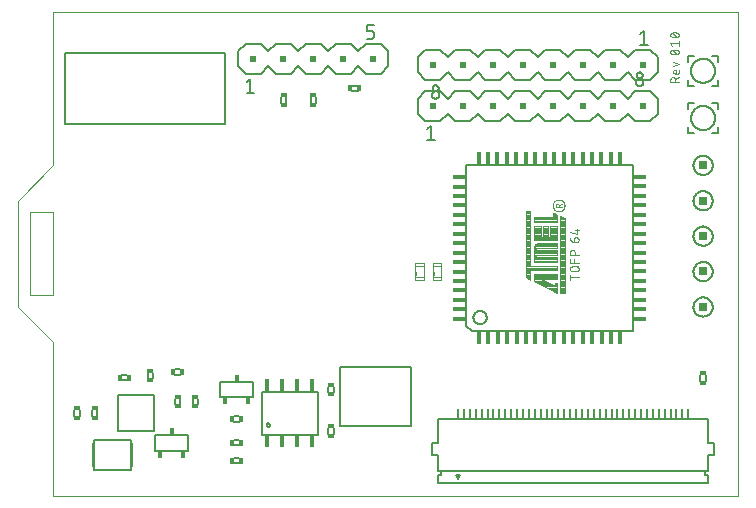
<source format=gto>
G75*
%MOIN*%
%OFA0B0*%
%FSLAX25Y25*%
%IPPOS*%
%LPD*%
%AMOC8*
5,1,8,0,0,1.08239X$1,22.5*
%
%ADD10C,0.00000*%
%ADD11C,0.00300*%
%ADD12C,0.00600*%
%ADD13R,0.01181X0.02362*%
%ADD14R,0.02362X0.01181*%
%ADD15R,0.01800X0.02300*%
%ADD16C,0.00400*%
%ADD17R,0.00886X0.01575*%
%ADD18R,0.00886X0.00984*%
%ADD19C,0.00500*%
%ADD20R,0.02000X0.02000*%
%ADD21R,0.02600X0.02600*%
%ADD22C,0.00800*%
%ADD23R,0.01400X0.04000*%
%ADD24R,0.01800X0.04300*%
%ADD25R,0.04300X0.01800*%
%ADD26C,0.00394*%
%ADD27R,0.00787X0.03346*%
D10*
X0012811Y0001720D02*
X0012811Y0052902D01*
X0001000Y0064713D01*
X0001000Y0100146D01*
X0012811Y0111957D01*
X0012811Y0163138D01*
X0241157Y0163138D01*
X0241157Y0001720D01*
X0012811Y0001720D01*
D11*
X0012811Y0068650D02*
X0004937Y0068650D01*
X0004937Y0096209D01*
X0012811Y0096209D01*
X0012811Y0068650D01*
X0184958Y0073721D02*
X0184958Y0075332D01*
X0184958Y0074526D02*
X0187858Y0074526D01*
X0187052Y0076591D02*
X0185763Y0076591D01*
X0185708Y0076593D01*
X0185653Y0076599D01*
X0185599Y0076608D01*
X0185546Y0076621D01*
X0185493Y0076638D01*
X0185442Y0076658D01*
X0185392Y0076681D01*
X0185344Y0076708D01*
X0185298Y0076739D01*
X0185254Y0076772D01*
X0185213Y0076808D01*
X0185174Y0076847D01*
X0185138Y0076888D01*
X0185105Y0076932D01*
X0185074Y0076978D01*
X0185047Y0077026D01*
X0185024Y0077076D01*
X0185004Y0077127D01*
X0184987Y0077180D01*
X0184974Y0077233D01*
X0184965Y0077287D01*
X0184959Y0077342D01*
X0184957Y0077397D01*
X0184959Y0077452D01*
X0184965Y0077507D01*
X0184974Y0077561D01*
X0184987Y0077614D01*
X0185004Y0077667D01*
X0185024Y0077718D01*
X0185047Y0077768D01*
X0185074Y0077816D01*
X0185105Y0077862D01*
X0185138Y0077906D01*
X0185174Y0077947D01*
X0185213Y0077986D01*
X0185254Y0078022D01*
X0185298Y0078055D01*
X0185344Y0078086D01*
X0185392Y0078113D01*
X0185442Y0078136D01*
X0185493Y0078156D01*
X0185546Y0078173D01*
X0185599Y0078186D01*
X0185653Y0078195D01*
X0185708Y0078201D01*
X0185763Y0078203D01*
X0185763Y0078202D02*
X0187052Y0078202D01*
X0187213Y0077880D02*
X0187858Y0078525D01*
X0187858Y0079487D02*
X0184958Y0079487D01*
X0184958Y0080776D01*
X0184958Y0082023D02*
X0184958Y0082829D01*
X0184957Y0082829D02*
X0184959Y0082884D01*
X0184965Y0082939D01*
X0184974Y0082993D01*
X0184987Y0083046D01*
X0185004Y0083099D01*
X0185024Y0083150D01*
X0185047Y0083200D01*
X0185074Y0083248D01*
X0185105Y0083294D01*
X0185138Y0083338D01*
X0185174Y0083379D01*
X0185213Y0083418D01*
X0185254Y0083454D01*
X0185298Y0083487D01*
X0185344Y0083518D01*
X0185392Y0083545D01*
X0185442Y0083568D01*
X0185493Y0083588D01*
X0185546Y0083605D01*
X0185599Y0083618D01*
X0185653Y0083627D01*
X0185708Y0083633D01*
X0185763Y0083635D01*
X0185818Y0083633D01*
X0185873Y0083627D01*
X0185927Y0083618D01*
X0185980Y0083605D01*
X0186033Y0083588D01*
X0186084Y0083568D01*
X0186134Y0083545D01*
X0186182Y0083518D01*
X0186228Y0083487D01*
X0186272Y0083454D01*
X0186313Y0083418D01*
X0186352Y0083379D01*
X0186388Y0083338D01*
X0186421Y0083294D01*
X0186452Y0083248D01*
X0186479Y0083200D01*
X0186502Y0083150D01*
X0186522Y0083099D01*
X0186539Y0083046D01*
X0186552Y0082993D01*
X0186561Y0082939D01*
X0186567Y0082884D01*
X0186569Y0082829D01*
X0186569Y0082023D01*
X0186247Y0080776D02*
X0186247Y0079487D01*
X0184958Y0082023D02*
X0187858Y0082023D01*
X0187052Y0086297D02*
X0186247Y0086297D01*
X0186247Y0087263D01*
X0186247Y0086297D02*
X0186177Y0086299D01*
X0186108Y0086305D01*
X0186038Y0086314D01*
X0185970Y0086327D01*
X0185902Y0086344D01*
X0185835Y0086364D01*
X0185770Y0086389D01*
X0185706Y0086416D01*
X0185643Y0086447D01*
X0185582Y0086482D01*
X0185524Y0086519D01*
X0185467Y0086560D01*
X0185413Y0086604D01*
X0185361Y0086650D01*
X0185311Y0086700D01*
X0185265Y0086752D01*
X0185221Y0086806D01*
X0185180Y0086863D01*
X0185143Y0086921D01*
X0185108Y0086982D01*
X0185077Y0087045D01*
X0185050Y0087109D01*
X0185025Y0087174D01*
X0185005Y0087241D01*
X0184988Y0087309D01*
X0184975Y0087377D01*
X0184966Y0087447D01*
X0184960Y0087516D01*
X0184958Y0087586D01*
X0186891Y0087908D02*
X0187052Y0087908D01*
X0186891Y0087907D02*
X0186843Y0087905D01*
X0186795Y0087900D01*
X0186748Y0087891D01*
X0186701Y0087878D01*
X0186656Y0087862D01*
X0186612Y0087843D01*
X0186569Y0087821D01*
X0186528Y0087795D01*
X0186489Y0087767D01*
X0186453Y0087735D01*
X0186419Y0087701D01*
X0186388Y0087665D01*
X0186359Y0087626D01*
X0186333Y0087585D01*
X0186311Y0087542D01*
X0186292Y0087498D01*
X0186276Y0087453D01*
X0186263Y0087406D01*
X0186254Y0087359D01*
X0186249Y0087311D01*
X0186247Y0087263D01*
X0187052Y0087908D02*
X0187107Y0087906D01*
X0187162Y0087900D01*
X0187216Y0087891D01*
X0187269Y0087878D01*
X0187322Y0087861D01*
X0187373Y0087841D01*
X0187423Y0087818D01*
X0187471Y0087791D01*
X0187517Y0087760D01*
X0187561Y0087727D01*
X0187602Y0087691D01*
X0187641Y0087652D01*
X0187677Y0087611D01*
X0187710Y0087567D01*
X0187741Y0087521D01*
X0187768Y0087473D01*
X0187791Y0087423D01*
X0187811Y0087372D01*
X0187828Y0087319D01*
X0187841Y0087266D01*
X0187850Y0087212D01*
X0187856Y0087157D01*
X0187858Y0087102D01*
X0187856Y0087047D01*
X0187850Y0086992D01*
X0187841Y0086938D01*
X0187828Y0086885D01*
X0187811Y0086832D01*
X0187791Y0086781D01*
X0187768Y0086731D01*
X0187741Y0086683D01*
X0187710Y0086637D01*
X0187677Y0086593D01*
X0187641Y0086552D01*
X0187602Y0086513D01*
X0187561Y0086477D01*
X0187517Y0086444D01*
X0187471Y0086413D01*
X0187423Y0086386D01*
X0187373Y0086363D01*
X0187322Y0086343D01*
X0187269Y0086326D01*
X0187216Y0086313D01*
X0187162Y0086304D01*
X0187107Y0086298D01*
X0187052Y0086296D01*
X0187213Y0089177D02*
X0184958Y0089821D01*
X0186569Y0090305D02*
X0187858Y0090305D01*
X0187213Y0090788D02*
X0187213Y0089177D01*
X0187052Y0078203D02*
X0187107Y0078201D01*
X0187162Y0078195D01*
X0187216Y0078186D01*
X0187269Y0078173D01*
X0187322Y0078156D01*
X0187373Y0078136D01*
X0187423Y0078113D01*
X0187471Y0078086D01*
X0187517Y0078055D01*
X0187561Y0078022D01*
X0187602Y0077986D01*
X0187641Y0077947D01*
X0187677Y0077906D01*
X0187710Y0077862D01*
X0187741Y0077816D01*
X0187768Y0077768D01*
X0187791Y0077718D01*
X0187811Y0077667D01*
X0187828Y0077614D01*
X0187841Y0077561D01*
X0187850Y0077507D01*
X0187856Y0077452D01*
X0187858Y0077397D01*
X0187856Y0077342D01*
X0187850Y0077287D01*
X0187841Y0077233D01*
X0187828Y0077180D01*
X0187811Y0077127D01*
X0187791Y0077076D01*
X0187768Y0077026D01*
X0187741Y0076978D01*
X0187710Y0076932D01*
X0187677Y0076888D01*
X0187641Y0076847D01*
X0187602Y0076808D01*
X0187561Y0076772D01*
X0187517Y0076739D01*
X0187471Y0076708D01*
X0187423Y0076681D01*
X0187373Y0076658D01*
X0187322Y0076638D01*
X0187269Y0076621D01*
X0187216Y0076608D01*
X0187162Y0076599D01*
X0187107Y0076593D01*
X0187052Y0076591D01*
X0218422Y0139666D02*
X0218422Y0140471D01*
X0218422Y0139666D02*
X0221322Y0139666D01*
X0220034Y0139666D02*
X0220034Y0140471D01*
X0220034Y0140632D02*
X0221322Y0141277D01*
X0220839Y0142495D02*
X0220034Y0142495D01*
X0220356Y0142495D02*
X0220356Y0143784D01*
X0220034Y0143784D01*
X0220034Y0143783D02*
X0219985Y0143781D01*
X0219936Y0143775D01*
X0219887Y0143766D01*
X0219840Y0143753D01*
X0219793Y0143736D01*
X0219748Y0143716D01*
X0219705Y0143693D01*
X0219663Y0143666D01*
X0219624Y0143636D01*
X0219587Y0143603D01*
X0219553Y0143567D01*
X0219522Y0143529D01*
X0219493Y0143489D01*
X0219468Y0143447D01*
X0219446Y0143402D01*
X0219428Y0143357D01*
X0219413Y0143310D01*
X0219402Y0143262D01*
X0219394Y0143213D01*
X0219390Y0143164D01*
X0219390Y0143114D01*
X0219394Y0143065D01*
X0219402Y0143016D01*
X0219413Y0142968D01*
X0219428Y0142921D01*
X0219446Y0142876D01*
X0219468Y0142831D01*
X0219493Y0142789D01*
X0219522Y0142749D01*
X0219553Y0142711D01*
X0219587Y0142675D01*
X0219624Y0142642D01*
X0219663Y0142612D01*
X0219705Y0142585D01*
X0219748Y0142562D01*
X0219793Y0142542D01*
X0219840Y0142525D01*
X0219887Y0142512D01*
X0219936Y0142503D01*
X0219985Y0142497D01*
X0220034Y0142495D01*
X0220839Y0142495D02*
X0220881Y0142497D01*
X0220923Y0142502D01*
X0220964Y0142511D01*
X0221004Y0142524D01*
X0221043Y0142540D01*
X0221081Y0142560D01*
X0221116Y0142582D01*
X0221149Y0142608D01*
X0221181Y0142636D01*
X0221209Y0142668D01*
X0221235Y0142701D01*
X0221257Y0142737D01*
X0221277Y0142774D01*
X0221293Y0142813D01*
X0221306Y0142853D01*
X0221315Y0142894D01*
X0221320Y0142936D01*
X0221322Y0142978D01*
X0221322Y0143784D01*
X0221322Y0145539D02*
X0219389Y0146184D01*
X0219389Y0144895D02*
X0221322Y0145539D01*
X0220919Y0150231D02*
X0220837Y0150269D01*
X0220754Y0150304D01*
X0220669Y0150336D01*
X0220584Y0150365D01*
X0220497Y0150390D01*
X0220409Y0150412D01*
X0220321Y0150430D01*
X0220232Y0150446D01*
X0220142Y0150458D01*
X0220053Y0150466D01*
X0219962Y0150471D01*
X0219872Y0150473D01*
X0219872Y0148861D02*
X0219782Y0148863D01*
X0219691Y0148868D01*
X0219602Y0148876D01*
X0219512Y0148888D01*
X0219423Y0148904D01*
X0219335Y0148922D01*
X0219247Y0148944D01*
X0219160Y0148969D01*
X0219075Y0148998D01*
X0218990Y0149030D01*
X0218907Y0149065D01*
X0218825Y0149103D01*
X0218423Y0149667D02*
X0218425Y0149713D01*
X0218430Y0149759D01*
X0218439Y0149804D01*
X0218451Y0149849D01*
X0218467Y0149892D01*
X0218486Y0149934D01*
X0218509Y0149975D01*
X0218534Y0150013D01*
X0218562Y0150050D01*
X0218593Y0150084D01*
X0218627Y0150116D01*
X0218663Y0150145D01*
X0218701Y0150171D01*
X0218741Y0150194D01*
X0218783Y0150214D01*
X0218826Y0150231D01*
X0219067Y0150312D02*
X0220678Y0149023D01*
X0220919Y0149103D02*
X0220962Y0149120D01*
X0221004Y0149140D01*
X0221044Y0149163D01*
X0221082Y0149189D01*
X0221118Y0149218D01*
X0221152Y0149250D01*
X0221183Y0149284D01*
X0221211Y0149321D01*
X0221236Y0149359D01*
X0221259Y0149400D01*
X0221278Y0149442D01*
X0221294Y0149485D01*
X0221306Y0149530D01*
X0221315Y0149575D01*
X0221320Y0149621D01*
X0221322Y0149667D01*
X0221320Y0149713D01*
X0221315Y0149759D01*
X0221306Y0149804D01*
X0221294Y0149849D01*
X0221278Y0149892D01*
X0221259Y0149934D01*
X0221236Y0149975D01*
X0221211Y0150013D01*
X0221183Y0150050D01*
X0221152Y0150084D01*
X0221118Y0150116D01*
X0221082Y0150145D01*
X0221044Y0150171D01*
X0221004Y0150194D01*
X0220962Y0150214D01*
X0220919Y0150231D01*
X0220919Y0149103D02*
X0220837Y0149065D01*
X0220754Y0149030D01*
X0220669Y0148998D01*
X0220584Y0148969D01*
X0220497Y0148944D01*
X0220409Y0148922D01*
X0220321Y0148904D01*
X0220232Y0148888D01*
X0220142Y0148876D01*
X0220053Y0148868D01*
X0219962Y0148863D01*
X0219872Y0148861D01*
X0219872Y0150473D02*
X0219782Y0150471D01*
X0219691Y0150466D01*
X0219602Y0150458D01*
X0219512Y0150446D01*
X0219423Y0150430D01*
X0219335Y0150412D01*
X0219247Y0150390D01*
X0219160Y0150365D01*
X0219075Y0150336D01*
X0218990Y0150304D01*
X0218907Y0150269D01*
X0218825Y0150231D01*
X0218423Y0149667D02*
X0218425Y0149621D01*
X0218430Y0149575D01*
X0218439Y0149530D01*
X0218451Y0149485D01*
X0218467Y0149442D01*
X0218486Y0149400D01*
X0218509Y0149359D01*
X0218534Y0149321D01*
X0218562Y0149284D01*
X0218593Y0149250D01*
X0218627Y0149218D01*
X0218663Y0149189D01*
X0218701Y0149163D01*
X0218741Y0149140D01*
X0218783Y0149120D01*
X0218826Y0149103D01*
X0219067Y0151742D02*
X0218422Y0152547D01*
X0221322Y0152547D01*
X0221322Y0151742D02*
X0221322Y0153353D01*
X0220919Y0155991D02*
X0220837Y0156029D01*
X0220754Y0156064D01*
X0220669Y0156096D01*
X0220584Y0156125D01*
X0220497Y0156150D01*
X0220409Y0156172D01*
X0220321Y0156190D01*
X0220232Y0156206D01*
X0220142Y0156218D01*
X0220053Y0156226D01*
X0219962Y0156231D01*
X0219872Y0156233D01*
X0219872Y0154621D02*
X0219782Y0154623D01*
X0219691Y0154628D01*
X0219602Y0154636D01*
X0219512Y0154648D01*
X0219423Y0154664D01*
X0219335Y0154682D01*
X0219247Y0154704D01*
X0219160Y0154729D01*
X0219075Y0154758D01*
X0218990Y0154790D01*
X0218907Y0154825D01*
X0218825Y0154863D01*
X0218423Y0155427D02*
X0218425Y0155473D01*
X0218430Y0155519D01*
X0218439Y0155564D01*
X0218451Y0155609D01*
X0218467Y0155652D01*
X0218486Y0155694D01*
X0218509Y0155735D01*
X0218534Y0155773D01*
X0218562Y0155810D01*
X0218593Y0155844D01*
X0218627Y0155876D01*
X0218663Y0155905D01*
X0218701Y0155931D01*
X0218741Y0155954D01*
X0218783Y0155974D01*
X0218826Y0155991D01*
X0219067Y0156072D02*
X0220678Y0154783D01*
X0220919Y0154863D02*
X0220962Y0154880D01*
X0221004Y0154900D01*
X0221044Y0154923D01*
X0221082Y0154949D01*
X0221118Y0154978D01*
X0221152Y0155010D01*
X0221183Y0155044D01*
X0221211Y0155081D01*
X0221236Y0155119D01*
X0221259Y0155160D01*
X0221278Y0155202D01*
X0221294Y0155245D01*
X0221306Y0155290D01*
X0221315Y0155335D01*
X0221320Y0155381D01*
X0221322Y0155427D01*
X0221320Y0155473D01*
X0221315Y0155519D01*
X0221306Y0155564D01*
X0221294Y0155609D01*
X0221278Y0155652D01*
X0221259Y0155694D01*
X0221236Y0155735D01*
X0221211Y0155773D01*
X0221183Y0155810D01*
X0221152Y0155844D01*
X0221118Y0155876D01*
X0221082Y0155905D01*
X0221044Y0155931D01*
X0221004Y0155954D01*
X0220962Y0155974D01*
X0220919Y0155991D01*
X0220919Y0154863D02*
X0220837Y0154825D01*
X0220754Y0154790D01*
X0220669Y0154758D01*
X0220584Y0154729D01*
X0220497Y0154704D01*
X0220409Y0154682D01*
X0220321Y0154664D01*
X0220232Y0154648D01*
X0220142Y0154636D01*
X0220053Y0154628D01*
X0219962Y0154623D01*
X0219872Y0154621D01*
X0219872Y0156233D02*
X0219782Y0156231D01*
X0219691Y0156226D01*
X0219602Y0156218D01*
X0219512Y0156206D01*
X0219423Y0156190D01*
X0219335Y0156172D01*
X0219247Y0156150D01*
X0219160Y0156125D01*
X0219075Y0156096D01*
X0218990Y0156064D01*
X0218907Y0156029D01*
X0218825Y0155991D01*
X0218423Y0155427D02*
X0218425Y0155381D01*
X0218430Y0155335D01*
X0218439Y0155290D01*
X0218451Y0155245D01*
X0218467Y0155202D01*
X0218486Y0155160D01*
X0218509Y0155119D01*
X0218534Y0155081D01*
X0218562Y0155044D01*
X0218593Y0155010D01*
X0218627Y0154978D01*
X0218663Y0154949D01*
X0218701Y0154923D01*
X0218741Y0154900D01*
X0218783Y0154880D01*
X0218826Y0154863D01*
X0218422Y0140471D02*
X0218424Y0140526D01*
X0218430Y0140581D01*
X0218439Y0140635D01*
X0218452Y0140688D01*
X0218469Y0140741D01*
X0218489Y0140792D01*
X0218512Y0140842D01*
X0218539Y0140890D01*
X0218570Y0140936D01*
X0218603Y0140980D01*
X0218639Y0141021D01*
X0218678Y0141060D01*
X0218719Y0141096D01*
X0218763Y0141129D01*
X0218809Y0141160D01*
X0218857Y0141187D01*
X0218907Y0141210D01*
X0218958Y0141230D01*
X0219011Y0141247D01*
X0219064Y0141260D01*
X0219118Y0141269D01*
X0219173Y0141275D01*
X0219228Y0141277D01*
X0219283Y0141275D01*
X0219338Y0141269D01*
X0219392Y0141260D01*
X0219445Y0141247D01*
X0219498Y0141230D01*
X0219549Y0141210D01*
X0219599Y0141187D01*
X0219647Y0141160D01*
X0219693Y0141129D01*
X0219737Y0141096D01*
X0219778Y0141060D01*
X0219817Y0141021D01*
X0219853Y0140980D01*
X0219886Y0140936D01*
X0219917Y0140890D01*
X0219944Y0140842D01*
X0219967Y0140792D01*
X0219987Y0140741D01*
X0220004Y0140688D01*
X0220017Y0140635D01*
X0220026Y0140581D01*
X0220032Y0140526D01*
X0220034Y0140471D01*
D12*
X0224346Y0140453D02*
X0224346Y0138453D01*
X0226346Y0138453D01*
X0232346Y0138453D02*
X0234346Y0138453D01*
X0234346Y0140453D01*
X0225346Y0143453D02*
X0225348Y0143579D01*
X0225354Y0143705D01*
X0225364Y0143831D01*
X0225378Y0143957D01*
X0225396Y0144082D01*
X0225418Y0144206D01*
X0225443Y0144330D01*
X0225473Y0144453D01*
X0225506Y0144574D01*
X0225544Y0144695D01*
X0225585Y0144814D01*
X0225630Y0144933D01*
X0225678Y0145049D01*
X0225730Y0145164D01*
X0225786Y0145277D01*
X0225846Y0145389D01*
X0225909Y0145498D01*
X0225975Y0145606D01*
X0226044Y0145711D01*
X0226117Y0145814D01*
X0226194Y0145915D01*
X0226273Y0146013D01*
X0226355Y0146109D01*
X0226441Y0146202D01*
X0226529Y0146293D01*
X0226620Y0146380D01*
X0226714Y0146465D01*
X0226810Y0146546D01*
X0226909Y0146625D01*
X0227010Y0146700D01*
X0227114Y0146772D01*
X0227220Y0146841D01*
X0227328Y0146907D01*
X0227438Y0146969D01*
X0227550Y0147027D01*
X0227663Y0147082D01*
X0227779Y0147133D01*
X0227896Y0147181D01*
X0228014Y0147225D01*
X0228134Y0147265D01*
X0228255Y0147301D01*
X0228377Y0147334D01*
X0228500Y0147363D01*
X0228624Y0147387D01*
X0228748Y0147408D01*
X0228873Y0147425D01*
X0228999Y0147438D01*
X0229125Y0147447D01*
X0229251Y0147452D01*
X0229378Y0147453D01*
X0229504Y0147450D01*
X0229630Y0147443D01*
X0229756Y0147432D01*
X0229881Y0147417D01*
X0230006Y0147398D01*
X0230130Y0147375D01*
X0230254Y0147349D01*
X0230376Y0147318D01*
X0230498Y0147284D01*
X0230618Y0147245D01*
X0230737Y0147203D01*
X0230855Y0147158D01*
X0230971Y0147108D01*
X0231086Y0147055D01*
X0231198Y0146998D01*
X0231309Y0146938D01*
X0231418Y0146874D01*
X0231525Y0146807D01*
X0231630Y0146737D01*
X0231733Y0146663D01*
X0231833Y0146586D01*
X0231931Y0146506D01*
X0232026Y0146423D01*
X0232118Y0146337D01*
X0232208Y0146248D01*
X0232295Y0146156D01*
X0232378Y0146062D01*
X0232459Y0145965D01*
X0232537Y0145865D01*
X0232612Y0145763D01*
X0232683Y0145659D01*
X0232751Y0145552D01*
X0232815Y0145444D01*
X0232876Y0145333D01*
X0232934Y0145221D01*
X0232988Y0145107D01*
X0233038Y0144991D01*
X0233085Y0144874D01*
X0233128Y0144755D01*
X0233167Y0144635D01*
X0233203Y0144514D01*
X0233234Y0144391D01*
X0233262Y0144268D01*
X0233286Y0144144D01*
X0233306Y0144019D01*
X0233322Y0143894D01*
X0233334Y0143768D01*
X0233342Y0143642D01*
X0233346Y0143516D01*
X0233346Y0143390D01*
X0233342Y0143264D01*
X0233334Y0143138D01*
X0233322Y0143012D01*
X0233306Y0142887D01*
X0233286Y0142762D01*
X0233262Y0142638D01*
X0233234Y0142515D01*
X0233203Y0142392D01*
X0233167Y0142271D01*
X0233128Y0142151D01*
X0233085Y0142032D01*
X0233038Y0141915D01*
X0232988Y0141799D01*
X0232934Y0141685D01*
X0232876Y0141573D01*
X0232815Y0141462D01*
X0232751Y0141354D01*
X0232683Y0141247D01*
X0232612Y0141143D01*
X0232537Y0141041D01*
X0232459Y0140941D01*
X0232378Y0140844D01*
X0232295Y0140750D01*
X0232208Y0140658D01*
X0232118Y0140569D01*
X0232026Y0140483D01*
X0231931Y0140400D01*
X0231833Y0140320D01*
X0231733Y0140243D01*
X0231630Y0140169D01*
X0231525Y0140099D01*
X0231418Y0140032D01*
X0231309Y0139968D01*
X0231198Y0139908D01*
X0231086Y0139851D01*
X0230971Y0139798D01*
X0230855Y0139748D01*
X0230737Y0139703D01*
X0230618Y0139661D01*
X0230498Y0139622D01*
X0230376Y0139588D01*
X0230254Y0139557D01*
X0230130Y0139531D01*
X0230006Y0139508D01*
X0229881Y0139489D01*
X0229756Y0139474D01*
X0229630Y0139463D01*
X0229504Y0139456D01*
X0229378Y0139453D01*
X0229251Y0139454D01*
X0229125Y0139459D01*
X0228999Y0139468D01*
X0228873Y0139481D01*
X0228748Y0139498D01*
X0228624Y0139519D01*
X0228500Y0139543D01*
X0228377Y0139572D01*
X0228255Y0139605D01*
X0228134Y0139641D01*
X0228014Y0139681D01*
X0227896Y0139725D01*
X0227779Y0139773D01*
X0227663Y0139824D01*
X0227550Y0139879D01*
X0227438Y0139937D01*
X0227328Y0139999D01*
X0227220Y0140065D01*
X0227114Y0140134D01*
X0227010Y0140206D01*
X0226909Y0140281D01*
X0226810Y0140360D01*
X0226714Y0140441D01*
X0226620Y0140526D01*
X0226529Y0140613D01*
X0226441Y0140704D01*
X0226355Y0140797D01*
X0226273Y0140893D01*
X0226194Y0140991D01*
X0226117Y0141092D01*
X0226044Y0141195D01*
X0225975Y0141300D01*
X0225909Y0141408D01*
X0225846Y0141517D01*
X0225786Y0141629D01*
X0225730Y0141742D01*
X0225678Y0141857D01*
X0225630Y0141973D01*
X0225585Y0142092D01*
X0225544Y0142211D01*
X0225506Y0142332D01*
X0225473Y0142453D01*
X0225443Y0142576D01*
X0225418Y0142700D01*
X0225396Y0142824D01*
X0225378Y0142949D01*
X0225364Y0143075D01*
X0225354Y0143201D01*
X0225348Y0143327D01*
X0225346Y0143453D01*
X0224346Y0146453D02*
X0224346Y0148453D01*
X0226346Y0148453D01*
X0232346Y0148453D02*
X0234346Y0148453D01*
X0234346Y0146453D01*
X0234346Y0132705D02*
X0232346Y0132705D01*
X0234346Y0132705D02*
X0234346Y0130705D01*
X0225346Y0127705D02*
X0225348Y0127831D01*
X0225354Y0127957D01*
X0225364Y0128083D01*
X0225378Y0128209D01*
X0225396Y0128334D01*
X0225418Y0128458D01*
X0225443Y0128582D01*
X0225473Y0128705D01*
X0225506Y0128826D01*
X0225544Y0128947D01*
X0225585Y0129066D01*
X0225630Y0129185D01*
X0225678Y0129301D01*
X0225730Y0129416D01*
X0225786Y0129529D01*
X0225846Y0129641D01*
X0225909Y0129750D01*
X0225975Y0129858D01*
X0226044Y0129963D01*
X0226117Y0130066D01*
X0226194Y0130167D01*
X0226273Y0130265D01*
X0226355Y0130361D01*
X0226441Y0130454D01*
X0226529Y0130545D01*
X0226620Y0130632D01*
X0226714Y0130717D01*
X0226810Y0130798D01*
X0226909Y0130877D01*
X0227010Y0130952D01*
X0227114Y0131024D01*
X0227220Y0131093D01*
X0227328Y0131159D01*
X0227438Y0131221D01*
X0227550Y0131279D01*
X0227663Y0131334D01*
X0227779Y0131385D01*
X0227896Y0131433D01*
X0228014Y0131477D01*
X0228134Y0131517D01*
X0228255Y0131553D01*
X0228377Y0131586D01*
X0228500Y0131615D01*
X0228624Y0131639D01*
X0228748Y0131660D01*
X0228873Y0131677D01*
X0228999Y0131690D01*
X0229125Y0131699D01*
X0229251Y0131704D01*
X0229378Y0131705D01*
X0229504Y0131702D01*
X0229630Y0131695D01*
X0229756Y0131684D01*
X0229881Y0131669D01*
X0230006Y0131650D01*
X0230130Y0131627D01*
X0230254Y0131601D01*
X0230376Y0131570D01*
X0230498Y0131536D01*
X0230618Y0131497D01*
X0230737Y0131455D01*
X0230855Y0131410D01*
X0230971Y0131360D01*
X0231086Y0131307D01*
X0231198Y0131250D01*
X0231309Y0131190D01*
X0231418Y0131126D01*
X0231525Y0131059D01*
X0231630Y0130989D01*
X0231733Y0130915D01*
X0231833Y0130838D01*
X0231931Y0130758D01*
X0232026Y0130675D01*
X0232118Y0130589D01*
X0232208Y0130500D01*
X0232295Y0130408D01*
X0232378Y0130314D01*
X0232459Y0130217D01*
X0232537Y0130117D01*
X0232612Y0130015D01*
X0232683Y0129911D01*
X0232751Y0129804D01*
X0232815Y0129696D01*
X0232876Y0129585D01*
X0232934Y0129473D01*
X0232988Y0129359D01*
X0233038Y0129243D01*
X0233085Y0129126D01*
X0233128Y0129007D01*
X0233167Y0128887D01*
X0233203Y0128766D01*
X0233234Y0128643D01*
X0233262Y0128520D01*
X0233286Y0128396D01*
X0233306Y0128271D01*
X0233322Y0128146D01*
X0233334Y0128020D01*
X0233342Y0127894D01*
X0233346Y0127768D01*
X0233346Y0127642D01*
X0233342Y0127516D01*
X0233334Y0127390D01*
X0233322Y0127264D01*
X0233306Y0127139D01*
X0233286Y0127014D01*
X0233262Y0126890D01*
X0233234Y0126767D01*
X0233203Y0126644D01*
X0233167Y0126523D01*
X0233128Y0126403D01*
X0233085Y0126284D01*
X0233038Y0126167D01*
X0232988Y0126051D01*
X0232934Y0125937D01*
X0232876Y0125825D01*
X0232815Y0125714D01*
X0232751Y0125606D01*
X0232683Y0125499D01*
X0232612Y0125395D01*
X0232537Y0125293D01*
X0232459Y0125193D01*
X0232378Y0125096D01*
X0232295Y0125002D01*
X0232208Y0124910D01*
X0232118Y0124821D01*
X0232026Y0124735D01*
X0231931Y0124652D01*
X0231833Y0124572D01*
X0231733Y0124495D01*
X0231630Y0124421D01*
X0231525Y0124351D01*
X0231418Y0124284D01*
X0231309Y0124220D01*
X0231198Y0124160D01*
X0231086Y0124103D01*
X0230971Y0124050D01*
X0230855Y0124000D01*
X0230737Y0123955D01*
X0230618Y0123913D01*
X0230498Y0123874D01*
X0230376Y0123840D01*
X0230254Y0123809D01*
X0230130Y0123783D01*
X0230006Y0123760D01*
X0229881Y0123741D01*
X0229756Y0123726D01*
X0229630Y0123715D01*
X0229504Y0123708D01*
X0229378Y0123705D01*
X0229251Y0123706D01*
X0229125Y0123711D01*
X0228999Y0123720D01*
X0228873Y0123733D01*
X0228748Y0123750D01*
X0228624Y0123771D01*
X0228500Y0123795D01*
X0228377Y0123824D01*
X0228255Y0123857D01*
X0228134Y0123893D01*
X0228014Y0123933D01*
X0227896Y0123977D01*
X0227779Y0124025D01*
X0227663Y0124076D01*
X0227550Y0124131D01*
X0227438Y0124189D01*
X0227328Y0124251D01*
X0227220Y0124317D01*
X0227114Y0124386D01*
X0227010Y0124458D01*
X0226909Y0124533D01*
X0226810Y0124612D01*
X0226714Y0124693D01*
X0226620Y0124778D01*
X0226529Y0124865D01*
X0226441Y0124956D01*
X0226355Y0125049D01*
X0226273Y0125145D01*
X0226194Y0125243D01*
X0226117Y0125344D01*
X0226044Y0125447D01*
X0225975Y0125552D01*
X0225909Y0125660D01*
X0225846Y0125769D01*
X0225786Y0125881D01*
X0225730Y0125994D01*
X0225678Y0126109D01*
X0225630Y0126225D01*
X0225585Y0126344D01*
X0225544Y0126463D01*
X0225506Y0126584D01*
X0225473Y0126705D01*
X0225443Y0126828D01*
X0225418Y0126952D01*
X0225396Y0127076D01*
X0225378Y0127201D01*
X0225364Y0127327D01*
X0225354Y0127453D01*
X0225348Y0127579D01*
X0225346Y0127705D01*
X0224346Y0130705D02*
X0224346Y0132705D01*
X0226346Y0132705D01*
X0224346Y0124705D02*
X0224346Y0122705D01*
X0226346Y0122705D01*
X0232346Y0122705D02*
X0234346Y0122705D01*
X0234346Y0124705D01*
X0226146Y0111957D02*
X0226148Y0112070D01*
X0226154Y0112183D01*
X0226164Y0112295D01*
X0226178Y0112407D01*
X0226196Y0112519D01*
X0226218Y0112630D01*
X0226243Y0112740D01*
X0226273Y0112849D01*
X0226306Y0112957D01*
X0226343Y0113063D01*
X0226384Y0113169D01*
X0226429Y0113272D01*
X0226477Y0113374D01*
X0226529Y0113475D01*
X0226584Y0113573D01*
X0226643Y0113670D01*
X0226705Y0113764D01*
X0226770Y0113856D01*
X0226839Y0113946D01*
X0226911Y0114033D01*
X0226986Y0114118D01*
X0227063Y0114200D01*
X0227144Y0114279D01*
X0227227Y0114355D01*
X0227313Y0114428D01*
X0227402Y0114499D01*
X0227493Y0114566D01*
X0227586Y0114629D01*
X0227681Y0114690D01*
X0227779Y0114747D01*
X0227878Y0114800D01*
X0227979Y0114851D01*
X0228082Y0114897D01*
X0228187Y0114940D01*
X0228293Y0114979D01*
X0228400Y0115014D01*
X0228509Y0115046D01*
X0228618Y0115073D01*
X0228729Y0115097D01*
X0228840Y0115117D01*
X0228952Y0115133D01*
X0229064Y0115145D01*
X0229177Y0115153D01*
X0229290Y0115157D01*
X0229402Y0115157D01*
X0229515Y0115153D01*
X0229628Y0115145D01*
X0229740Y0115133D01*
X0229852Y0115117D01*
X0229963Y0115097D01*
X0230074Y0115073D01*
X0230183Y0115046D01*
X0230292Y0115014D01*
X0230399Y0114979D01*
X0230505Y0114940D01*
X0230610Y0114897D01*
X0230713Y0114851D01*
X0230814Y0114800D01*
X0230913Y0114747D01*
X0231011Y0114690D01*
X0231106Y0114629D01*
X0231199Y0114566D01*
X0231290Y0114499D01*
X0231379Y0114428D01*
X0231465Y0114355D01*
X0231548Y0114279D01*
X0231629Y0114200D01*
X0231706Y0114118D01*
X0231781Y0114033D01*
X0231853Y0113946D01*
X0231922Y0113856D01*
X0231987Y0113764D01*
X0232049Y0113670D01*
X0232108Y0113573D01*
X0232163Y0113475D01*
X0232215Y0113374D01*
X0232263Y0113272D01*
X0232308Y0113169D01*
X0232349Y0113063D01*
X0232386Y0112957D01*
X0232419Y0112849D01*
X0232449Y0112740D01*
X0232474Y0112630D01*
X0232496Y0112519D01*
X0232514Y0112407D01*
X0232528Y0112295D01*
X0232538Y0112183D01*
X0232544Y0112070D01*
X0232546Y0111957D01*
X0232544Y0111844D01*
X0232538Y0111731D01*
X0232528Y0111619D01*
X0232514Y0111507D01*
X0232496Y0111395D01*
X0232474Y0111284D01*
X0232449Y0111174D01*
X0232419Y0111065D01*
X0232386Y0110957D01*
X0232349Y0110851D01*
X0232308Y0110745D01*
X0232263Y0110642D01*
X0232215Y0110540D01*
X0232163Y0110439D01*
X0232108Y0110341D01*
X0232049Y0110244D01*
X0231987Y0110150D01*
X0231922Y0110058D01*
X0231853Y0109968D01*
X0231781Y0109881D01*
X0231706Y0109796D01*
X0231629Y0109714D01*
X0231548Y0109635D01*
X0231465Y0109559D01*
X0231379Y0109486D01*
X0231290Y0109415D01*
X0231199Y0109348D01*
X0231106Y0109285D01*
X0231011Y0109224D01*
X0230913Y0109167D01*
X0230814Y0109114D01*
X0230713Y0109063D01*
X0230610Y0109017D01*
X0230505Y0108974D01*
X0230399Y0108935D01*
X0230292Y0108900D01*
X0230183Y0108868D01*
X0230074Y0108841D01*
X0229963Y0108817D01*
X0229852Y0108797D01*
X0229740Y0108781D01*
X0229628Y0108769D01*
X0229515Y0108761D01*
X0229402Y0108757D01*
X0229290Y0108757D01*
X0229177Y0108761D01*
X0229064Y0108769D01*
X0228952Y0108781D01*
X0228840Y0108797D01*
X0228729Y0108817D01*
X0228618Y0108841D01*
X0228509Y0108868D01*
X0228400Y0108900D01*
X0228293Y0108935D01*
X0228187Y0108974D01*
X0228082Y0109017D01*
X0227979Y0109063D01*
X0227878Y0109114D01*
X0227779Y0109167D01*
X0227681Y0109224D01*
X0227586Y0109285D01*
X0227493Y0109348D01*
X0227402Y0109415D01*
X0227313Y0109486D01*
X0227227Y0109559D01*
X0227144Y0109635D01*
X0227063Y0109714D01*
X0226986Y0109796D01*
X0226911Y0109881D01*
X0226839Y0109968D01*
X0226770Y0110058D01*
X0226705Y0110150D01*
X0226643Y0110244D01*
X0226584Y0110341D01*
X0226529Y0110439D01*
X0226477Y0110540D01*
X0226429Y0110642D01*
X0226384Y0110745D01*
X0226343Y0110851D01*
X0226306Y0110957D01*
X0226273Y0111065D01*
X0226243Y0111174D01*
X0226218Y0111284D01*
X0226196Y0111395D01*
X0226178Y0111507D01*
X0226164Y0111619D01*
X0226154Y0111731D01*
X0226148Y0111844D01*
X0226146Y0111957D01*
X0226146Y0100146D02*
X0226148Y0100259D01*
X0226154Y0100372D01*
X0226164Y0100484D01*
X0226178Y0100596D01*
X0226196Y0100708D01*
X0226218Y0100819D01*
X0226243Y0100929D01*
X0226273Y0101038D01*
X0226306Y0101146D01*
X0226343Y0101252D01*
X0226384Y0101358D01*
X0226429Y0101461D01*
X0226477Y0101563D01*
X0226529Y0101664D01*
X0226584Y0101762D01*
X0226643Y0101859D01*
X0226705Y0101953D01*
X0226770Y0102045D01*
X0226839Y0102135D01*
X0226911Y0102222D01*
X0226986Y0102307D01*
X0227063Y0102389D01*
X0227144Y0102468D01*
X0227227Y0102544D01*
X0227313Y0102617D01*
X0227402Y0102688D01*
X0227493Y0102755D01*
X0227586Y0102818D01*
X0227681Y0102879D01*
X0227779Y0102936D01*
X0227878Y0102989D01*
X0227979Y0103040D01*
X0228082Y0103086D01*
X0228187Y0103129D01*
X0228293Y0103168D01*
X0228400Y0103203D01*
X0228509Y0103235D01*
X0228618Y0103262D01*
X0228729Y0103286D01*
X0228840Y0103306D01*
X0228952Y0103322D01*
X0229064Y0103334D01*
X0229177Y0103342D01*
X0229290Y0103346D01*
X0229402Y0103346D01*
X0229515Y0103342D01*
X0229628Y0103334D01*
X0229740Y0103322D01*
X0229852Y0103306D01*
X0229963Y0103286D01*
X0230074Y0103262D01*
X0230183Y0103235D01*
X0230292Y0103203D01*
X0230399Y0103168D01*
X0230505Y0103129D01*
X0230610Y0103086D01*
X0230713Y0103040D01*
X0230814Y0102989D01*
X0230913Y0102936D01*
X0231011Y0102879D01*
X0231106Y0102818D01*
X0231199Y0102755D01*
X0231290Y0102688D01*
X0231379Y0102617D01*
X0231465Y0102544D01*
X0231548Y0102468D01*
X0231629Y0102389D01*
X0231706Y0102307D01*
X0231781Y0102222D01*
X0231853Y0102135D01*
X0231922Y0102045D01*
X0231987Y0101953D01*
X0232049Y0101859D01*
X0232108Y0101762D01*
X0232163Y0101664D01*
X0232215Y0101563D01*
X0232263Y0101461D01*
X0232308Y0101358D01*
X0232349Y0101252D01*
X0232386Y0101146D01*
X0232419Y0101038D01*
X0232449Y0100929D01*
X0232474Y0100819D01*
X0232496Y0100708D01*
X0232514Y0100596D01*
X0232528Y0100484D01*
X0232538Y0100372D01*
X0232544Y0100259D01*
X0232546Y0100146D01*
X0232544Y0100033D01*
X0232538Y0099920D01*
X0232528Y0099808D01*
X0232514Y0099696D01*
X0232496Y0099584D01*
X0232474Y0099473D01*
X0232449Y0099363D01*
X0232419Y0099254D01*
X0232386Y0099146D01*
X0232349Y0099040D01*
X0232308Y0098934D01*
X0232263Y0098831D01*
X0232215Y0098729D01*
X0232163Y0098628D01*
X0232108Y0098530D01*
X0232049Y0098433D01*
X0231987Y0098339D01*
X0231922Y0098247D01*
X0231853Y0098157D01*
X0231781Y0098070D01*
X0231706Y0097985D01*
X0231629Y0097903D01*
X0231548Y0097824D01*
X0231465Y0097748D01*
X0231379Y0097675D01*
X0231290Y0097604D01*
X0231199Y0097537D01*
X0231106Y0097474D01*
X0231011Y0097413D01*
X0230913Y0097356D01*
X0230814Y0097303D01*
X0230713Y0097252D01*
X0230610Y0097206D01*
X0230505Y0097163D01*
X0230399Y0097124D01*
X0230292Y0097089D01*
X0230183Y0097057D01*
X0230074Y0097030D01*
X0229963Y0097006D01*
X0229852Y0096986D01*
X0229740Y0096970D01*
X0229628Y0096958D01*
X0229515Y0096950D01*
X0229402Y0096946D01*
X0229290Y0096946D01*
X0229177Y0096950D01*
X0229064Y0096958D01*
X0228952Y0096970D01*
X0228840Y0096986D01*
X0228729Y0097006D01*
X0228618Y0097030D01*
X0228509Y0097057D01*
X0228400Y0097089D01*
X0228293Y0097124D01*
X0228187Y0097163D01*
X0228082Y0097206D01*
X0227979Y0097252D01*
X0227878Y0097303D01*
X0227779Y0097356D01*
X0227681Y0097413D01*
X0227586Y0097474D01*
X0227493Y0097537D01*
X0227402Y0097604D01*
X0227313Y0097675D01*
X0227227Y0097748D01*
X0227144Y0097824D01*
X0227063Y0097903D01*
X0226986Y0097985D01*
X0226911Y0098070D01*
X0226839Y0098157D01*
X0226770Y0098247D01*
X0226705Y0098339D01*
X0226643Y0098433D01*
X0226584Y0098530D01*
X0226529Y0098628D01*
X0226477Y0098729D01*
X0226429Y0098831D01*
X0226384Y0098934D01*
X0226343Y0099040D01*
X0226306Y0099146D01*
X0226273Y0099254D01*
X0226243Y0099363D01*
X0226218Y0099473D01*
X0226196Y0099584D01*
X0226178Y0099696D01*
X0226164Y0099808D01*
X0226154Y0099920D01*
X0226148Y0100033D01*
X0226146Y0100146D01*
X0226146Y0088335D02*
X0226148Y0088448D01*
X0226154Y0088561D01*
X0226164Y0088673D01*
X0226178Y0088785D01*
X0226196Y0088897D01*
X0226218Y0089008D01*
X0226243Y0089118D01*
X0226273Y0089227D01*
X0226306Y0089335D01*
X0226343Y0089441D01*
X0226384Y0089547D01*
X0226429Y0089650D01*
X0226477Y0089752D01*
X0226529Y0089853D01*
X0226584Y0089951D01*
X0226643Y0090048D01*
X0226705Y0090142D01*
X0226770Y0090234D01*
X0226839Y0090324D01*
X0226911Y0090411D01*
X0226986Y0090496D01*
X0227063Y0090578D01*
X0227144Y0090657D01*
X0227227Y0090733D01*
X0227313Y0090806D01*
X0227402Y0090877D01*
X0227493Y0090944D01*
X0227586Y0091007D01*
X0227681Y0091068D01*
X0227779Y0091125D01*
X0227878Y0091178D01*
X0227979Y0091229D01*
X0228082Y0091275D01*
X0228187Y0091318D01*
X0228293Y0091357D01*
X0228400Y0091392D01*
X0228509Y0091424D01*
X0228618Y0091451D01*
X0228729Y0091475D01*
X0228840Y0091495D01*
X0228952Y0091511D01*
X0229064Y0091523D01*
X0229177Y0091531D01*
X0229290Y0091535D01*
X0229402Y0091535D01*
X0229515Y0091531D01*
X0229628Y0091523D01*
X0229740Y0091511D01*
X0229852Y0091495D01*
X0229963Y0091475D01*
X0230074Y0091451D01*
X0230183Y0091424D01*
X0230292Y0091392D01*
X0230399Y0091357D01*
X0230505Y0091318D01*
X0230610Y0091275D01*
X0230713Y0091229D01*
X0230814Y0091178D01*
X0230913Y0091125D01*
X0231011Y0091068D01*
X0231106Y0091007D01*
X0231199Y0090944D01*
X0231290Y0090877D01*
X0231379Y0090806D01*
X0231465Y0090733D01*
X0231548Y0090657D01*
X0231629Y0090578D01*
X0231706Y0090496D01*
X0231781Y0090411D01*
X0231853Y0090324D01*
X0231922Y0090234D01*
X0231987Y0090142D01*
X0232049Y0090048D01*
X0232108Y0089951D01*
X0232163Y0089853D01*
X0232215Y0089752D01*
X0232263Y0089650D01*
X0232308Y0089547D01*
X0232349Y0089441D01*
X0232386Y0089335D01*
X0232419Y0089227D01*
X0232449Y0089118D01*
X0232474Y0089008D01*
X0232496Y0088897D01*
X0232514Y0088785D01*
X0232528Y0088673D01*
X0232538Y0088561D01*
X0232544Y0088448D01*
X0232546Y0088335D01*
X0232544Y0088222D01*
X0232538Y0088109D01*
X0232528Y0087997D01*
X0232514Y0087885D01*
X0232496Y0087773D01*
X0232474Y0087662D01*
X0232449Y0087552D01*
X0232419Y0087443D01*
X0232386Y0087335D01*
X0232349Y0087229D01*
X0232308Y0087123D01*
X0232263Y0087020D01*
X0232215Y0086918D01*
X0232163Y0086817D01*
X0232108Y0086719D01*
X0232049Y0086622D01*
X0231987Y0086528D01*
X0231922Y0086436D01*
X0231853Y0086346D01*
X0231781Y0086259D01*
X0231706Y0086174D01*
X0231629Y0086092D01*
X0231548Y0086013D01*
X0231465Y0085937D01*
X0231379Y0085864D01*
X0231290Y0085793D01*
X0231199Y0085726D01*
X0231106Y0085663D01*
X0231011Y0085602D01*
X0230913Y0085545D01*
X0230814Y0085492D01*
X0230713Y0085441D01*
X0230610Y0085395D01*
X0230505Y0085352D01*
X0230399Y0085313D01*
X0230292Y0085278D01*
X0230183Y0085246D01*
X0230074Y0085219D01*
X0229963Y0085195D01*
X0229852Y0085175D01*
X0229740Y0085159D01*
X0229628Y0085147D01*
X0229515Y0085139D01*
X0229402Y0085135D01*
X0229290Y0085135D01*
X0229177Y0085139D01*
X0229064Y0085147D01*
X0228952Y0085159D01*
X0228840Y0085175D01*
X0228729Y0085195D01*
X0228618Y0085219D01*
X0228509Y0085246D01*
X0228400Y0085278D01*
X0228293Y0085313D01*
X0228187Y0085352D01*
X0228082Y0085395D01*
X0227979Y0085441D01*
X0227878Y0085492D01*
X0227779Y0085545D01*
X0227681Y0085602D01*
X0227586Y0085663D01*
X0227493Y0085726D01*
X0227402Y0085793D01*
X0227313Y0085864D01*
X0227227Y0085937D01*
X0227144Y0086013D01*
X0227063Y0086092D01*
X0226986Y0086174D01*
X0226911Y0086259D01*
X0226839Y0086346D01*
X0226770Y0086436D01*
X0226705Y0086528D01*
X0226643Y0086622D01*
X0226584Y0086719D01*
X0226529Y0086817D01*
X0226477Y0086918D01*
X0226429Y0087020D01*
X0226384Y0087123D01*
X0226343Y0087229D01*
X0226306Y0087335D01*
X0226273Y0087443D01*
X0226243Y0087552D01*
X0226218Y0087662D01*
X0226196Y0087773D01*
X0226178Y0087885D01*
X0226164Y0087997D01*
X0226154Y0088109D01*
X0226148Y0088222D01*
X0226146Y0088335D01*
X0226146Y0076524D02*
X0226148Y0076637D01*
X0226154Y0076750D01*
X0226164Y0076862D01*
X0226178Y0076974D01*
X0226196Y0077086D01*
X0226218Y0077197D01*
X0226243Y0077307D01*
X0226273Y0077416D01*
X0226306Y0077524D01*
X0226343Y0077630D01*
X0226384Y0077736D01*
X0226429Y0077839D01*
X0226477Y0077941D01*
X0226529Y0078042D01*
X0226584Y0078140D01*
X0226643Y0078237D01*
X0226705Y0078331D01*
X0226770Y0078423D01*
X0226839Y0078513D01*
X0226911Y0078600D01*
X0226986Y0078685D01*
X0227063Y0078767D01*
X0227144Y0078846D01*
X0227227Y0078922D01*
X0227313Y0078995D01*
X0227402Y0079066D01*
X0227493Y0079133D01*
X0227586Y0079196D01*
X0227681Y0079257D01*
X0227779Y0079314D01*
X0227878Y0079367D01*
X0227979Y0079418D01*
X0228082Y0079464D01*
X0228187Y0079507D01*
X0228293Y0079546D01*
X0228400Y0079581D01*
X0228509Y0079613D01*
X0228618Y0079640D01*
X0228729Y0079664D01*
X0228840Y0079684D01*
X0228952Y0079700D01*
X0229064Y0079712D01*
X0229177Y0079720D01*
X0229290Y0079724D01*
X0229402Y0079724D01*
X0229515Y0079720D01*
X0229628Y0079712D01*
X0229740Y0079700D01*
X0229852Y0079684D01*
X0229963Y0079664D01*
X0230074Y0079640D01*
X0230183Y0079613D01*
X0230292Y0079581D01*
X0230399Y0079546D01*
X0230505Y0079507D01*
X0230610Y0079464D01*
X0230713Y0079418D01*
X0230814Y0079367D01*
X0230913Y0079314D01*
X0231011Y0079257D01*
X0231106Y0079196D01*
X0231199Y0079133D01*
X0231290Y0079066D01*
X0231379Y0078995D01*
X0231465Y0078922D01*
X0231548Y0078846D01*
X0231629Y0078767D01*
X0231706Y0078685D01*
X0231781Y0078600D01*
X0231853Y0078513D01*
X0231922Y0078423D01*
X0231987Y0078331D01*
X0232049Y0078237D01*
X0232108Y0078140D01*
X0232163Y0078042D01*
X0232215Y0077941D01*
X0232263Y0077839D01*
X0232308Y0077736D01*
X0232349Y0077630D01*
X0232386Y0077524D01*
X0232419Y0077416D01*
X0232449Y0077307D01*
X0232474Y0077197D01*
X0232496Y0077086D01*
X0232514Y0076974D01*
X0232528Y0076862D01*
X0232538Y0076750D01*
X0232544Y0076637D01*
X0232546Y0076524D01*
X0232544Y0076411D01*
X0232538Y0076298D01*
X0232528Y0076186D01*
X0232514Y0076074D01*
X0232496Y0075962D01*
X0232474Y0075851D01*
X0232449Y0075741D01*
X0232419Y0075632D01*
X0232386Y0075524D01*
X0232349Y0075418D01*
X0232308Y0075312D01*
X0232263Y0075209D01*
X0232215Y0075107D01*
X0232163Y0075006D01*
X0232108Y0074908D01*
X0232049Y0074811D01*
X0231987Y0074717D01*
X0231922Y0074625D01*
X0231853Y0074535D01*
X0231781Y0074448D01*
X0231706Y0074363D01*
X0231629Y0074281D01*
X0231548Y0074202D01*
X0231465Y0074126D01*
X0231379Y0074053D01*
X0231290Y0073982D01*
X0231199Y0073915D01*
X0231106Y0073852D01*
X0231011Y0073791D01*
X0230913Y0073734D01*
X0230814Y0073681D01*
X0230713Y0073630D01*
X0230610Y0073584D01*
X0230505Y0073541D01*
X0230399Y0073502D01*
X0230292Y0073467D01*
X0230183Y0073435D01*
X0230074Y0073408D01*
X0229963Y0073384D01*
X0229852Y0073364D01*
X0229740Y0073348D01*
X0229628Y0073336D01*
X0229515Y0073328D01*
X0229402Y0073324D01*
X0229290Y0073324D01*
X0229177Y0073328D01*
X0229064Y0073336D01*
X0228952Y0073348D01*
X0228840Y0073364D01*
X0228729Y0073384D01*
X0228618Y0073408D01*
X0228509Y0073435D01*
X0228400Y0073467D01*
X0228293Y0073502D01*
X0228187Y0073541D01*
X0228082Y0073584D01*
X0227979Y0073630D01*
X0227878Y0073681D01*
X0227779Y0073734D01*
X0227681Y0073791D01*
X0227586Y0073852D01*
X0227493Y0073915D01*
X0227402Y0073982D01*
X0227313Y0074053D01*
X0227227Y0074126D01*
X0227144Y0074202D01*
X0227063Y0074281D01*
X0226986Y0074363D01*
X0226911Y0074448D01*
X0226839Y0074535D01*
X0226770Y0074625D01*
X0226705Y0074717D01*
X0226643Y0074811D01*
X0226584Y0074908D01*
X0226529Y0075006D01*
X0226477Y0075107D01*
X0226429Y0075209D01*
X0226384Y0075312D01*
X0226343Y0075418D01*
X0226306Y0075524D01*
X0226273Y0075632D01*
X0226243Y0075741D01*
X0226218Y0075851D01*
X0226196Y0075962D01*
X0226178Y0076074D01*
X0226164Y0076186D01*
X0226154Y0076298D01*
X0226148Y0076411D01*
X0226146Y0076524D01*
X0226146Y0064713D02*
X0226148Y0064826D01*
X0226154Y0064939D01*
X0226164Y0065051D01*
X0226178Y0065163D01*
X0226196Y0065275D01*
X0226218Y0065386D01*
X0226243Y0065496D01*
X0226273Y0065605D01*
X0226306Y0065713D01*
X0226343Y0065819D01*
X0226384Y0065925D01*
X0226429Y0066028D01*
X0226477Y0066130D01*
X0226529Y0066231D01*
X0226584Y0066329D01*
X0226643Y0066426D01*
X0226705Y0066520D01*
X0226770Y0066612D01*
X0226839Y0066702D01*
X0226911Y0066789D01*
X0226986Y0066874D01*
X0227063Y0066956D01*
X0227144Y0067035D01*
X0227227Y0067111D01*
X0227313Y0067184D01*
X0227402Y0067255D01*
X0227493Y0067322D01*
X0227586Y0067385D01*
X0227681Y0067446D01*
X0227779Y0067503D01*
X0227878Y0067556D01*
X0227979Y0067607D01*
X0228082Y0067653D01*
X0228187Y0067696D01*
X0228293Y0067735D01*
X0228400Y0067770D01*
X0228509Y0067802D01*
X0228618Y0067829D01*
X0228729Y0067853D01*
X0228840Y0067873D01*
X0228952Y0067889D01*
X0229064Y0067901D01*
X0229177Y0067909D01*
X0229290Y0067913D01*
X0229402Y0067913D01*
X0229515Y0067909D01*
X0229628Y0067901D01*
X0229740Y0067889D01*
X0229852Y0067873D01*
X0229963Y0067853D01*
X0230074Y0067829D01*
X0230183Y0067802D01*
X0230292Y0067770D01*
X0230399Y0067735D01*
X0230505Y0067696D01*
X0230610Y0067653D01*
X0230713Y0067607D01*
X0230814Y0067556D01*
X0230913Y0067503D01*
X0231011Y0067446D01*
X0231106Y0067385D01*
X0231199Y0067322D01*
X0231290Y0067255D01*
X0231379Y0067184D01*
X0231465Y0067111D01*
X0231548Y0067035D01*
X0231629Y0066956D01*
X0231706Y0066874D01*
X0231781Y0066789D01*
X0231853Y0066702D01*
X0231922Y0066612D01*
X0231987Y0066520D01*
X0232049Y0066426D01*
X0232108Y0066329D01*
X0232163Y0066231D01*
X0232215Y0066130D01*
X0232263Y0066028D01*
X0232308Y0065925D01*
X0232349Y0065819D01*
X0232386Y0065713D01*
X0232419Y0065605D01*
X0232449Y0065496D01*
X0232474Y0065386D01*
X0232496Y0065275D01*
X0232514Y0065163D01*
X0232528Y0065051D01*
X0232538Y0064939D01*
X0232544Y0064826D01*
X0232546Y0064713D01*
X0232544Y0064600D01*
X0232538Y0064487D01*
X0232528Y0064375D01*
X0232514Y0064263D01*
X0232496Y0064151D01*
X0232474Y0064040D01*
X0232449Y0063930D01*
X0232419Y0063821D01*
X0232386Y0063713D01*
X0232349Y0063607D01*
X0232308Y0063501D01*
X0232263Y0063398D01*
X0232215Y0063296D01*
X0232163Y0063195D01*
X0232108Y0063097D01*
X0232049Y0063000D01*
X0231987Y0062906D01*
X0231922Y0062814D01*
X0231853Y0062724D01*
X0231781Y0062637D01*
X0231706Y0062552D01*
X0231629Y0062470D01*
X0231548Y0062391D01*
X0231465Y0062315D01*
X0231379Y0062242D01*
X0231290Y0062171D01*
X0231199Y0062104D01*
X0231106Y0062041D01*
X0231011Y0061980D01*
X0230913Y0061923D01*
X0230814Y0061870D01*
X0230713Y0061819D01*
X0230610Y0061773D01*
X0230505Y0061730D01*
X0230399Y0061691D01*
X0230292Y0061656D01*
X0230183Y0061624D01*
X0230074Y0061597D01*
X0229963Y0061573D01*
X0229852Y0061553D01*
X0229740Y0061537D01*
X0229628Y0061525D01*
X0229515Y0061517D01*
X0229402Y0061513D01*
X0229290Y0061513D01*
X0229177Y0061517D01*
X0229064Y0061525D01*
X0228952Y0061537D01*
X0228840Y0061553D01*
X0228729Y0061573D01*
X0228618Y0061597D01*
X0228509Y0061624D01*
X0228400Y0061656D01*
X0228293Y0061691D01*
X0228187Y0061730D01*
X0228082Y0061773D01*
X0227979Y0061819D01*
X0227878Y0061870D01*
X0227779Y0061923D01*
X0227681Y0061980D01*
X0227586Y0062041D01*
X0227493Y0062104D01*
X0227402Y0062171D01*
X0227313Y0062242D01*
X0227227Y0062315D01*
X0227144Y0062391D01*
X0227063Y0062470D01*
X0226986Y0062552D01*
X0226911Y0062637D01*
X0226839Y0062724D01*
X0226770Y0062814D01*
X0226705Y0062906D01*
X0226643Y0063000D01*
X0226584Y0063097D01*
X0226529Y0063195D01*
X0226477Y0063296D01*
X0226429Y0063398D01*
X0226384Y0063501D01*
X0226343Y0063607D01*
X0226306Y0063713D01*
X0226273Y0063821D01*
X0226243Y0063930D01*
X0226218Y0064040D01*
X0226196Y0064151D01*
X0226178Y0064263D01*
X0226164Y0064375D01*
X0226154Y0064487D01*
X0226148Y0064600D01*
X0226146Y0064713D01*
X0205866Y0056697D02*
X0152165Y0056697D01*
X0150465Y0058398D01*
X0150465Y0112098D01*
X0205866Y0112098D01*
X0205866Y0056697D01*
X0228465Y0042055D02*
X0228465Y0040126D01*
X0230228Y0040126D02*
X0230228Y0042055D01*
X0152815Y0061248D02*
X0152817Y0061341D01*
X0152823Y0061435D01*
X0152833Y0061527D01*
X0152847Y0061620D01*
X0152864Y0061711D01*
X0152886Y0061802D01*
X0152911Y0061892D01*
X0152941Y0061981D01*
X0152974Y0062068D01*
X0153010Y0062154D01*
X0153051Y0062238D01*
X0153094Y0062321D01*
X0153142Y0062401D01*
X0153192Y0062480D01*
X0153246Y0062556D01*
X0153303Y0062630D01*
X0153364Y0062701D01*
X0153427Y0062770D01*
X0153493Y0062836D01*
X0153562Y0062899D01*
X0153633Y0062960D01*
X0153707Y0063017D01*
X0153783Y0063071D01*
X0153862Y0063121D01*
X0153942Y0063169D01*
X0154025Y0063212D01*
X0154109Y0063253D01*
X0154195Y0063289D01*
X0154282Y0063322D01*
X0154371Y0063352D01*
X0154461Y0063377D01*
X0154552Y0063399D01*
X0154643Y0063416D01*
X0154736Y0063430D01*
X0154828Y0063440D01*
X0154922Y0063446D01*
X0155015Y0063448D01*
X0155108Y0063446D01*
X0155202Y0063440D01*
X0155294Y0063430D01*
X0155387Y0063416D01*
X0155478Y0063399D01*
X0155569Y0063377D01*
X0155659Y0063352D01*
X0155748Y0063322D01*
X0155835Y0063289D01*
X0155921Y0063253D01*
X0156005Y0063212D01*
X0156088Y0063169D01*
X0156168Y0063121D01*
X0156247Y0063071D01*
X0156323Y0063017D01*
X0156397Y0062960D01*
X0156468Y0062899D01*
X0156537Y0062836D01*
X0156603Y0062770D01*
X0156666Y0062701D01*
X0156727Y0062630D01*
X0156784Y0062556D01*
X0156838Y0062480D01*
X0156888Y0062401D01*
X0156936Y0062321D01*
X0156979Y0062238D01*
X0157020Y0062154D01*
X0157056Y0062068D01*
X0157089Y0061981D01*
X0157119Y0061892D01*
X0157144Y0061802D01*
X0157166Y0061711D01*
X0157183Y0061620D01*
X0157197Y0061527D01*
X0157207Y0061435D01*
X0157213Y0061341D01*
X0157215Y0061248D01*
X0157213Y0061155D01*
X0157207Y0061061D01*
X0157197Y0060969D01*
X0157183Y0060876D01*
X0157166Y0060785D01*
X0157144Y0060694D01*
X0157119Y0060604D01*
X0157089Y0060515D01*
X0157056Y0060428D01*
X0157020Y0060342D01*
X0156979Y0060258D01*
X0156936Y0060175D01*
X0156888Y0060095D01*
X0156838Y0060016D01*
X0156784Y0059940D01*
X0156727Y0059866D01*
X0156666Y0059795D01*
X0156603Y0059726D01*
X0156537Y0059660D01*
X0156468Y0059597D01*
X0156397Y0059536D01*
X0156323Y0059479D01*
X0156247Y0059425D01*
X0156168Y0059375D01*
X0156088Y0059327D01*
X0156005Y0059284D01*
X0155921Y0059243D01*
X0155835Y0059207D01*
X0155748Y0059174D01*
X0155659Y0059144D01*
X0155569Y0059119D01*
X0155478Y0059097D01*
X0155387Y0059080D01*
X0155294Y0059066D01*
X0155202Y0059056D01*
X0155108Y0059050D01*
X0155015Y0059048D01*
X0154922Y0059050D01*
X0154828Y0059056D01*
X0154736Y0059066D01*
X0154643Y0059080D01*
X0154552Y0059097D01*
X0154461Y0059119D01*
X0154371Y0059144D01*
X0154282Y0059174D01*
X0154195Y0059207D01*
X0154109Y0059243D01*
X0154025Y0059284D01*
X0153942Y0059327D01*
X0153862Y0059375D01*
X0153783Y0059425D01*
X0153707Y0059479D01*
X0153633Y0059536D01*
X0153562Y0059597D01*
X0153493Y0059660D01*
X0153427Y0059726D01*
X0153364Y0059795D01*
X0153303Y0059866D01*
X0153246Y0059940D01*
X0153192Y0060016D01*
X0153142Y0060095D01*
X0153094Y0060175D01*
X0153051Y0060258D01*
X0153010Y0060342D01*
X0152974Y0060428D01*
X0152941Y0060515D01*
X0152911Y0060604D01*
X0152886Y0060694D01*
X0152864Y0060785D01*
X0152847Y0060876D01*
X0152833Y0060969D01*
X0152823Y0061061D01*
X0152817Y0061155D01*
X0152815Y0061248D01*
X0106213Y0038118D02*
X0106213Y0036189D01*
X0104449Y0036189D02*
X0104449Y0038118D01*
X0100850Y0036378D02*
X0082252Y0036378D01*
X0082252Y0022181D01*
X0100850Y0022181D01*
X0100850Y0036378D01*
X0104449Y0024339D02*
X0104449Y0022409D01*
X0106213Y0022409D02*
X0106213Y0024339D01*
X0079435Y0034554D02*
X0068235Y0034554D01*
X0068235Y0039754D01*
X0070435Y0039754D01*
X0068235Y0039754D02*
X0068235Y0036554D01*
X0068235Y0039754D02*
X0079435Y0039754D01*
X0077235Y0039754D01*
X0079435Y0039754D02*
X0079435Y0036554D01*
X0079435Y0034554D02*
X0079435Y0039754D01*
X0074799Y0028193D02*
X0072870Y0028193D01*
X0072870Y0026429D02*
X0074799Y0026429D01*
X0074799Y0020319D02*
X0072870Y0020319D01*
X0072870Y0018555D02*
X0074799Y0018555D01*
X0074799Y0014413D02*
X0072870Y0014413D01*
X0072870Y0012650D02*
X0074799Y0012650D01*
X0057781Y0016837D02*
X0046581Y0016837D01*
X0046581Y0022037D01*
X0048781Y0022037D01*
X0046581Y0022037D02*
X0046581Y0018837D01*
X0046581Y0022037D02*
X0057781Y0022037D01*
X0055581Y0022037D01*
X0057781Y0022037D02*
X0057781Y0018837D01*
X0057781Y0016837D02*
X0057781Y0022037D01*
X0059173Y0032252D02*
X0059173Y0034181D01*
X0060937Y0034181D02*
X0060937Y0032252D01*
X0055031Y0032252D02*
X0055031Y0034181D01*
X0053268Y0034181D02*
X0053268Y0032252D01*
X0045976Y0040913D02*
X0045976Y0042843D01*
X0044213Y0042843D02*
X0044213Y0040913D01*
X0037398Y0040209D02*
X0035469Y0040209D01*
X0035469Y0041972D02*
X0037398Y0041972D01*
X0053185Y0042177D02*
X0055114Y0042177D01*
X0055114Y0043941D02*
X0053185Y0043941D01*
X0027472Y0030244D02*
X0027472Y0028315D01*
X0025709Y0028315D02*
X0025709Y0030244D01*
X0021567Y0030244D02*
X0021567Y0028315D01*
X0019803Y0028315D02*
X0019803Y0030244D01*
X0026295Y0020500D02*
X0026295Y0010500D01*
X0038697Y0010500D01*
X0038697Y0020500D01*
X0026295Y0020500D01*
X0025996Y0019201D02*
X0025996Y0011799D01*
X0038996Y0011799D02*
X0038996Y0019201D01*
X0136728Y0126642D02*
X0141728Y0126642D01*
X0144228Y0129142D01*
X0146728Y0126642D01*
X0151728Y0126642D01*
X0154228Y0129142D01*
X0156728Y0126642D01*
X0161728Y0126642D01*
X0164228Y0129142D01*
X0166728Y0126642D01*
X0171728Y0126642D01*
X0174228Y0129142D01*
X0176728Y0126642D01*
X0181728Y0126642D01*
X0184228Y0129142D01*
X0186728Y0126642D01*
X0191728Y0126642D01*
X0194228Y0129142D01*
X0196728Y0126642D01*
X0201728Y0126642D01*
X0204228Y0129142D01*
X0206728Y0126642D01*
X0211728Y0126642D01*
X0214228Y0129142D01*
X0214228Y0134142D01*
X0211728Y0136642D01*
X0206728Y0136642D01*
X0204228Y0134142D01*
X0201728Y0136642D01*
X0196728Y0136642D01*
X0194228Y0134142D01*
X0191728Y0136642D01*
X0186728Y0136642D01*
X0184228Y0134142D01*
X0181728Y0136642D01*
X0176728Y0136642D01*
X0174228Y0134142D01*
X0171728Y0136642D01*
X0166728Y0136642D01*
X0164228Y0134142D01*
X0161728Y0136642D01*
X0156728Y0136642D01*
X0154228Y0134142D01*
X0151728Y0136642D01*
X0146728Y0136642D01*
X0144228Y0134142D01*
X0141728Y0136642D01*
X0136728Y0136642D01*
X0134228Y0134142D01*
X0134228Y0129142D01*
X0136728Y0126642D01*
X0136728Y0140421D02*
X0134228Y0142921D01*
X0134228Y0147921D01*
X0136728Y0150421D01*
X0141728Y0150421D01*
X0144228Y0147921D01*
X0146728Y0150421D01*
X0151728Y0150421D01*
X0154228Y0147921D01*
X0156728Y0150421D01*
X0161728Y0150421D01*
X0164228Y0147921D01*
X0166728Y0150421D01*
X0171728Y0150421D01*
X0174228Y0147921D01*
X0176728Y0150421D01*
X0181728Y0150421D01*
X0184228Y0147921D01*
X0186728Y0150421D01*
X0191728Y0150421D01*
X0194228Y0147921D01*
X0196728Y0150421D01*
X0201728Y0150421D01*
X0204228Y0147921D01*
X0206728Y0150421D01*
X0211728Y0150421D01*
X0214228Y0147921D01*
X0214228Y0142921D01*
X0211728Y0140421D01*
X0206728Y0140421D01*
X0204228Y0142921D01*
X0201728Y0140421D01*
X0196728Y0140421D01*
X0194228Y0142921D01*
X0191728Y0140421D01*
X0186728Y0140421D01*
X0184228Y0142921D01*
X0181728Y0140421D01*
X0176728Y0140421D01*
X0174228Y0142921D01*
X0171728Y0140421D01*
X0166728Y0140421D01*
X0164228Y0142921D01*
X0161728Y0140421D01*
X0156728Y0140421D01*
X0154228Y0142921D01*
X0151728Y0140421D01*
X0146728Y0140421D01*
X0144228Y0142921D01*
X0141728Y0140421D01*
X0136728Y0140421D01*
X0124425Y0144890D02*
X0124425Y0149890D01*
X0121925Y0152390D01*
X0116925Y0152390D01*
X0114425Y0149890D01*
X0111925Y0152390D01*
X0106925Y0152390D01*
X0104425Y0149890D01*
X0101925Y0152390D01*
X0096925Y0152390D01*
X0094425Y0149890D01*
X0091925Y0152390D01*
X0086925Y0152390D01*
X0084425Y0149890D01*
X0081925Y0152390D01*
X0076925Y0152390D01*
X0074425Y0149890D01*
X0074425Y0144890D01*
X0076925Y0142390D01*
X0081925Y0142390D01*
X0084425Y0144890D01*
X0086925Y0142390D01*
X0091925Y0142390D01*
X0094425Y0144890D01*
X0096925Y0142390D01*
X0101925Y0142390D01*
X0104425Y0144890D01*
X0106925Y0142390D01*
X0111925Y0142390D01*
X0114425Y0144890D01*
X0116925Y0142390D01*
X0121925Y0142390D01*
X0124425Y0144890D01*
X0114169Y0138429D02*
X0112240Y0138429D01*
X0112240Y0136665D02*
X0114169Y0136665D01*
X0100307Y0134575D02*
X0100307Y0132646D01*
X0098543Y0132646D02*
X0098543Y0134575D01*
X0090465Y0134575D02*
X0090465Y0132646D01*
X0088701Y0132646D02*
X0088701Y0134575D01*
D13*
X0111595Y0137566D03*
X0114795Y0137566D03*
X0055759Y0043040D03*
X0052559Y0043040D03*
X0038043Y0041071D03*
X0034843Y0041071D03*
X0072244Y0027292D03*
X0075444Y0027292D03*
X0075425Y0019456D03*
X0072225Y0019456D03*
X0072244Y0013512D03*
X0075444Y0013512D03*
D14*
X0060036Y0031607D03*
X0060036Y0034807D03*
X0054169Y0034826D03*
X0054169Y0031626D03*
X0045114Y0040287D03*
X0045114Y0043487D03*
X0026571Y0030870D03*
X0026571Y0027670D03*
X0020666Y0027670D03*
X0020666Y0030870D03*
X0105350Y0035563D03*
X0105350Y0038763D03*
X0105312Y0024965D03*
X0105312Y0021765D03*
X0229327Y0039481D03*
X0229327Y0042681D03*
X0099406Y0132001D03*
X0099406Y0135201D03*
X0089564Y0135201D03*
X0089564Y0132001D03*
D15*
X0073835Y0041104D03*
X0077535Y0033204D03*
X0070135Y0033204D03*
X0052181Y0023387D03*
X0048481Y0015487D03*
X0055881Y0015487D03*
D16*
X0133480Y0073571D02*
X0136236Y0073571D01*
X0136236Y0079476D01*
X0133480Y0079476D01*
X0133480Y0073571D01*
X0133677Y0074752D02*
X0136039Y0074752D01*
X0136236Y0075736D02*
X0136236Y0077311D01*
X0136039Y0078295D02*
X0133677Y0078295D01*
X0133480Y0077311D02*
X0133480Y0075736D01*
X0139386Y0075736D02*
X0139386Y0077311D01*
X0139583Y0078295D02*
X0141945Y0078295D01*
X0142142Y0077311D02*
X0142142Y0075736D01*
X0141945Y0074752D02*
X0139583Y0074752D01*
X0139386Y0073571D02*
X0142142Y0073571D01*
X0142142Y0079476D01*
X0139386Y0079476D01*
X0139386Y0073571D01*
X0172929Y0084358D02*
X0172931Y0084436D01*
X0172937Y0084513D01*
X0172946Y0084589D01*
X0172959Y0084666D01*
X0172976Y0084741D01*
X0172997Y0084816D01*
X0173021Y0084889D01*
X0173049Y0084961D01*
X0173080Y0085032D01*
X0173115Y0085101D01*
X0173153Y0085168D01*
X0173195Y0085233D01*
X0173239Y0085296D01*
X0173287Y0085357D01*
X0173337Y0085416D01*
X0173390Y0085472D01*
X0173446Y0085525D01*
X0173505Y0085576D01*
X0173566Y0085623D01*
X0173629Y0085668D01*
X0173694Y0085709D01*
X0173762Y0085747D01*
X0173831Y0085782D01*
X0173901Y0085813D01*
X0173973Y0085841D01*
X0174047Y0085865D01*
X0174121Y0085886D01*
X0174197Y0085903D01*
X0174273Y0085916D01*
X0174350Y0085925D01*
X0174427Y0085931D01*
X0174504Y0085933D01*
X0180178Y0097944D02*
X0180178Y0098499D01*
X0180178Y0097944D02*
X0182178Y0097944D01*
X0181289Y0097944D02*
X0181289Y0098499D01*
X0179228Y0098531D02*
X0179230Y0098619D01*
X0179236Y0098707D01*
X0179246Y0098795D01*
X0179260Y0098882D01*
X0179277Y0098969D01*
X0179299Y0099055D01*
X0179324Y0099139D01*
X0179353Y0099223D01*
X0179386Y0099304D01*
X0179423Y0099385D01*
X0179463Y0099464D01*
X0179507Y0099540D01*
X0179554Y0099615D01*
X0179604Y0099688D01*
X0179657Y0099758D01*
X0179714Y0099826D01*
X0179774Y0099891D01*
X0179836Y0099953D01*
X0179901Y0100013D01*
X0179969Y0100070D01*
X0180039Y0100123D01*
X0180112Y0100173D01*
X0180187Y0100220D01*
X0180263Y0100264D01*
X0180342Y0100304D01*
X0180423Y0100341D01*
X0180504Y0100374D01*
X0180588Y0100403D01*
X0180672Y0100428D01*
X0180758Y0100450D01*
X0180845Y0100467D01*
X0180932Y0100481D01*
X0181020Y0100491D01*
X0181108Y0100497D01*
X0181196Y0100499D01*
X0181284Y0100497D01*
X0181372Y0100491D01*
X0181460Y0100481D01*
X0181547Y0100467D01*
X0181634Y0100450D01*
X0181720Y0100428D01*
X0181804Y0100403D01*
X0181888Y0100374D01*
X0181969Y0100341D01*
X0182050Y0100304D01*
X0182129Y0100264D01*
X0182205Y0100220D01*
X0182280Y0100173D01*
X0182353Y0100123D01*
X0182423Y0100070D01*
X0182491Y0100013D01*
X0182556Y0099953D01*
X0182618Y0099891D01*
X0182678Y0099826D01*
X0182735Y0099758D01*
X0182788Y0099688D01*
X0182838Y0099615D01*
X0182885Y0099540D01*
X0182929Y0099464D01*
X0182969Y0099385D01*
X0183006Y0099304D01*
X0183039Y0099223D01*
X0183068Y0099139D01*
X0183093Y0099055D01*
X0183115Y0098969D01*
X0183132Y0098882D01*
X0183146Y0098795D01*
X0183156Y0098707D01*
X0183162Y0098619D01*
X0183164Y0098531D01*
X0183162Y0098443D01*
X0183156Y0098355D01*
X0183146Y0098267D01*
X0183132Y0098180D01*
X0183115Y0098093D01*
X0183093Y0098007D01*
X0183068Y0097923D01*
X0183039Y0097839D01*
X0183006Y0097758D01*
X0182969Y0097677D01*
X0182929Y0097598D01*
X0182885Y0097522D01*
X0182838Y0097447D01*
X0182788Y0097374D01*
X0182735Y0097304D01*
X0182678Y0097236D01*
X0182618Y0097171D01*
X0182556Y0097109D01*
X0182491Y0097049D01*
X0182423Y0096992D01*
X0182353Y0096939D01*
X0182280Y0096889D01*
X0182205Y0096842D01*
X0182129Y0096798D01*
X0182050Y0096758D01*
X0181969Y0096721D01*
X0181888Y0096688D01*
X0181804Y0096659D01*
X0181720Y0096634D01*
X0181634Y0096612D01*
X0181547Y0096595D01*
X0181460Y0096581D01*
X0181372Y0096571D01*
X0181284Y0096565D01*
X0181196Y0096563D01*
X0181108Y0096565D01*
X0181020Y0096571D01*
X0180932Y0096581D01*
X0180845Y0096595D01*
X0180758Y0096612D01*
X0180672Y0096634D01*
X0180588Y0096659D01*
X0180504Y0096688D01*
X0180423Y0096721D01*
X0180342Y0096758D01*
X0180263Y0096798D01*
X0180187Y0096842D01*
X0180112Y0096889D01*
X0180039Y0096939D01*
X0179969Y0096992D01*
X0179901Y0097049D01*
X0179836Y0097109D01*
X0179774Y0097171D01*
X0179714Y0097236D01*
X0179657Y0097304D01*
X0179604Y0097374D01*
X0179554Y0097447D01*
X0179507Y0097522D01*
X0179463Y0097598D01*
X0179423Y0097677D01*
X0179386Y0097758D01*
X0179353Y0097839D01*
X0179324Y0097923D01*
X0179299Y0098007D01*
X0179277Y0098093D01*
X0179260Y0098180D01*
X0179246Y0098267D01*
X0179236Y0098355D01*
X0179230Y0098443D01*
X0179228Y0098531D01*
X0180178Y0098499D02*
X0180180Y0098545D01*
X0180186Y0098591D01*
X0180195Y0098635D01*
X0180208Y0098680D01*
X0180225Y0098722D01*
X0180245Y0098764D01*
X0180269Y0098803D01*
X0180295Y0098841D01*
X0180325Y0098876D01*
X0180357Y0098908D01*
X0180392Y0098938D01*
X0180430Y0098964D01*
X0180469Y0098988D01*
X0180511Y0099008D01*
X0180553Y0099025D01*
X0180598Y0099038D01*
X0180642Y0099047D01*
X0180688Y0099053D01*
X0180734Y0099055D01*
X0180780Y0099053D01*
X0180826Y0099047D01*
X0180870Y0099038D01*
X0180915Y0099025D01*
X0180957Y0099008D01*
X0180999Y0098988D01*
X0181038Y0098964D01*
X0181076Y0098938D01*
X0181111Y0098908D01*
X0181143Y0098876D01*
X0181173Y0098841D01*
X0181199Y0098803D01*
X0181223Y0098764D01*
X0181243Y0098722D01*
X0181260Y0098680D01*
X0181273Y0098635D01*
X0181282Y0098591D01*
X0181288Y0098545D01*
X0181290Y0098499D01*
X0181289Y0098610D02*
X0182178Y0099055D01*
D17*
X0139632Y0075736D03*
X0133726Y0075736D03*
D18*
X0133726Y0076031D03*
X0139632Y0076031D03*
D19*
X0132063Y0044634D02*
X0108441Y0044634D01*
X0108441Y0024949D01*
X0132063Y0024949D01*
X0132063Y0044634D01*
X0046276Y0035185D02*
X0046276Y0023374D01*
X0034465Y0023374D01*
X0034465Y0035185D01*
X0046276Y0035185D01*
X0137478Y0120392D02*
X0139978Y0120392D01*
X0138728Y0120392D02*
X0138728Y0124892D01*
X0137478Y0123892D01*
X0138978Y0135421D02*
X0138980Y0135352D01*
X0138986Y0135283D01*
X0138995Y0135215D01*
X0139008Y0135148D01*
X0139025Y0135081D01*
X0139046Y0135015D01*
X0139070Y0134951D01*
X0139098Y0134888D01*
X0139129Y0134826D01*
X0139163Y0134766D01*
X0139201Y0134709D01*
X0139242Y0134653D01*
X0139285Y0134600D01*
X0139332Y0134549D01*
X0139381Y0134501D01*
X0139433Y0134456D01*
X0139488Y0134414D01*
X0139544Y0134375D01*
X0139603Y0134338D01*
X0139664Y0134306D01*
X0139726Y0134276D01*
X0139790Y0134250D01*
X0139855Y0134228D01*
X0139921Y0134209D01*
X0139988Y0134194D01*
X0140056Y0134183D01*
X0140125Y0134175D01*
X0140194Y0134171D01*
X0140262Y0134171D01*
X0140331Y0134175D01*
X0140400Y0134183D01*
X0140468Y0134194D01*
X0140535Y0134209D01*
X0140601Y0134228D01*
X0140666Y0134250D01*
X0140730Y0134276D01*
X0140792Y0134306D01*
X0140853Y0134338D01*
X0140912Y0134375D01*
X0140968Y0134414D01*
X0141023Y0134456D01*
X0141075Y0134501D01*
X0141124Y0134549D01*
X0141171Y0134600D01*
X0141214Y0134653D01*
X0141255Y0134709D01*
X0141293Y0134766D01*
X0141327Y0134826D01*
X0141358Y0134888D01*
X0141386Y0134951D01*
X0141410Y0135015D01*
X0141431Y0135081D01*
X0141448Y0135148D01*
X0141461Y0135215D01*
X0141470Y0135283D01*
X0141476Y0135352D01*
X0141478Y0135421D01*
X0141476Y0135490D01*
X0141470Y0135559D01*
X0141461Y0135627D01*
X0141448Y0135694D01*
X0141431Y0135761D01*
X0141410Y0135827D01*
X0141386Y0135891D01*
X0141358Y0135954D01*
X0141327Y0136016D01*
X0141293Y0136076D01*
X0141255Y0136133D01*
X0141214Y0136189D01*
X0141171Y0136242D01*
X0141124Y0136293D01*
X0141075Y0136341D01*
X0141023Y0136386D01*
X0140968Y0136428D01*
X0140912Y0136467D01*
X0140853Y0136504D01*
X0140792Y0136536D01*
X0140730Y0136566D01*
X0140666Y0136592D01*
X0140601Y0136614D01*
X0140535Y0136633D01*
X0140468Y0136648D01*
X0140400Y0136659D01*
X0140331Y0136667D01*
X0140262Y0136671D01*
X0140194Y0136671D01*
X0140125Y0136667D01*
X0140056Y0136659D01*
X0139988Y0136648D01*
X0139921Y0136633D01*
X0139855Y0136614D01*
X0139790Y0136592D01*
X0139726Y0136566D01*
X0139664Y0136536D01*
X0139603Y0136504D01*
X0139544Y0136467D01*
X0139488Y0136428D01*
X0139433Y0136386D01*
X0139381Y0136341D01*
X0139332Y0136293D01*
X0139285Y0136242D01*
X0139242Y0136189D01*
X0139201Y0136133D01*
X0139163Y0136076D01*
X0139129Y0136016D01*
X0139098Y0135954D01*
X0139070Y0135891D01*
X0139046Y0135827D01*
X0139025Y0135761D01*
X0139008Y0135694D01*
X0138995Y0135627D01*
X0138986Y0135559D01*
X0138980Y0135490D01*
X0138978Y0135421D01*
X0139228Y0137671D02*
X0139230Y0137609D01*
X0139236Y0137548D01*
X0139245Y0137487D01*
X0139258Y0137427D01*
X0139275Y0137368D01*
X0139296Y0137310D01*
X0139320Y0137253D01*
X0139347Y0137198D01*
X0139378Y0137145D01*
X0139412Y0137093D01*
X0139449Y0137044D01*
X0139489Y0136997D01*
X0139532Y0136953D01*
X0139577Y0136912D01*
X0139625Y0136873D01*
X0139676Y0136837D01*
X0139728Y0136805D01*
X0139782Y0136776D01*
X0139838Y0136750D01*
X0139896Y0136728D01*
X0139954Y0136709D01*
X0140014Y0136694D01*
X0140075Y0136683D01*
X0140136Y0136675D01*
X0140197Y0136671D01*
X0140259Y0136671D01*
X0140320Y0136675D01*
X0140381Y0136683D01*
X0140442Y0136694D01*
X0140502Y0136709D01*
X0140560Y0136728D01*
X0140618Y0136750D01*
X0140674Y0136776D01*
X0140728Y0136805D01*
X0140780Y0136837D01*
X0140831Y0136873D01*
X0140879Y0136912D01*
X0140924Y0136953D01*
X0140967Y0136997D01*
X0141007Y0137044D01*
X0141044Y0137093D01*
X0141078Y0137145D01*
X0141109Y0137198D01*
X0141136Y0137253D01*
X0141160Y0137310D01*
X0141181Y0137368D01*
X0141198Y0137427D01*
X0141211Y0137487D01*
X0141220Y0137548D01*
X0141226Y0137609D01*
X0141228Y0137671D01*
X0141226Y0137733D01*
X0141220Y0137794D01*
X0141211Y0137855D01*
X0141198Y0137915D01*
X0141181Y0137974D01*
X0141160Y0138032D01*
X0141136Y0138089D01*
X0141109Y0138144D01*
X0141078Y0138197D01*
X0141044Y0138249D01*
X0141007Y0138298D01*
X0140967Y0138345D01*
X0140924Y0138389D01*
X0140879Y0138430D01*
X0140831Y0138469D01*
X0140780Y0138505D01*
X0140728Y0138537D01*
X0140674Y0138566D01*
X0140618Y0138592D01*
X0140560Y0138614D01*
X0140502Y0138633D01*
X0140442Y0138648D01*
X0140381Y0138659D01*
X0140320Y0138667D01*
X0140259Y0138671D01*
X0140197Y0138671D01*
X0140136Y0138667D01*
X0140075Y0138659D01*
X0140014Y0138648D01*
X0139954Y0138633D01*
X0139896Y0138614D01*
X0139838Y0138592D01*
X0139782Y0138566D01*
X0139728Y0138537D01*
X0139676Y0138505D01*
X0139625Y0138469D01*
X0139577Y0138430D01*
X0139532Y0138389D01*
X0139489Y0138345D01*
X0139449Y0138298D01*
X0139412Y0138249D01*
X0139378Y0138197D01*
X0139347Y0138144D01*
X0139320Y0138089D01*
X0139296Y0138032D01*
X0139275Y0137974D01*
X0139258Y0137915D01*
X0139245Y0137855D01*
X0139236Y0137794D01*
X0139230Y0137733D01*
X0139228Y0137671D01*
X0118675Y0154140D02*
X0117175Y0154140D01*
X0118675Y0154140D02*
X0118735Y0154142D01*
X0118796Y0154147D01*
X0118855Y0154156D01*
X0118914Y0154169D01*
X0118973Y0154185D01*
X0119030Y0154205D01*
X0119085Y0154228D01*
X0119140Y0154255D01*
X0119192Y0154284D01*
X0119243Y0154317D01*
X0119292Y0154353D01*
X0119338Y0154391D01*
X0119382Y0154433D01*
X0119424Y0154477D01*
X0119462Y0154523D01*
X0119498Y0154572D01*
X0119531Y0154623D01*
X0119560Y0154675D01*
X0119587Y0154730D01*
X0119610Y0154785D01*
X0119630Y0154842D01*
X0119646Y0154901D01*
X0119659Y0154960D01*
X0119668Y0155019D01*
X0119673Y0155080D01*
X0119675Y0155140D01*
X0119675Y0155640D01*
X0119673Y0155700D01*
X0119668Y0155761D01*
X0119659Y0155820D01*
X0119646Y0155879D01*
X0119630Y0155938D01*
X0119610Y0155995D01*
X0119587Y0156050D01*
X0119560Y0156105D01*
X0119531Y0156157D01*
X0119498Y0156208D01*
X0119462Y0156257D01*
X0119424Y0156303D01*
X0119382Y0156347D01*
X0119338Y0156389D01*
X0119292Y0156427D01*
X0119243Y0156463D01*
X0119192Y0156496D01*
X0119140Y0156525D01*
X0119085Y0156552D01*
X0119030Y0156575D01*
X0118973Y0156595D01*
X0118914Y0156611D01*
X0118855Y0156624D01*
X0118796Y0156633D01*
X0118735Y0156638D01*
X0118675Y0156640D01*
X0117175Y0156640D01*
X0117175Y0158640D01*
X0119675Y0158640D01*
X0078425Y0140640D02*
X0078425Y0136140D01*
X0077175Y0136140D02*
X0079675Y0136140D01*
X0077175Y0139640D02*
X0078425Y0140640D01*
X0069898Y0149358D02*
X0069898Y0125736D01*
X0016748Y0125736D01*
X0016748Y0149358D01*
X0069898Y0149358D01*
X0207228Y0141892D02*
X0207230Y0141830D01*
X0207236Y0141769D01*
X0207245Y0141708D01*
X0207258Y0141648D01*
X0207275Y0141589D01*
X0207296Y0141531D01*
X0207320Y0141474D01*
X0207347Y0141419D01*
X0207378Y0141366D01*
X0207412Y0141314D01*
X0207449Y0141265D01*
X0207489Y0141218D01*
X0207532Y0141174D01*
X0207577Y0141133D01*
X0207625Y0141094D01*
X0207676Y0141058D01*
X0207728Y0141026D01*
X0207782Y0140997D01*
X0207838Y0140971D01*
X0207896Y0140949D01*
X0207954Y0140930D01*
X0208014Y0140915D01*
X0208075Y0140904D01*
X0208136Y0140896D01*
X0208197Y0140892D01*
X0208259Y0140892D01*
X0208320Y0140896D01*
X0208381Y0140904D01*
X0208442Y0140915D01*
X0208502Y0140930D01*
X0208560Y0140949D01*
X0208618Y0140971D01*
X0208674Y0140997D01*
X0208728Y0141026D01*
X0208780Y0141058D01*
X0208831Y0141094D01*
X0208879Y0141133D01*
X0208924Y0141174D01*
X0208967Y0141218D01*
X0209007Y0141265D01*
X0209044Y0141314D01*
X0209078Y0141366D01*
X0209109Y0141419D01*
X0209136Y0141474D01*
X0209160Y0141531D01*
X0209181Y0141589D01*
X0209198Y0141648D01*
X0209211Y0141708D01*
X0209220Y0141769D01*
X0209226Y0141830D01*
X0209228Y0141892D01*
X0209226Y0141954D01*
X0209220Y0142015D01*
X0209211Y0142076D01*
X0209198Y0142136D01*
X0209181Y0142195D01*
X0209160Y0142253D01*
X0209136Y0142310D01*
X0209109Y0142365D01*
X0209078Y0142418D01*
X0209044Y0142470D01*
X0209007Y0142519D01*
X0208967Y0142566D01*
X0208924Y0142610D01*
X0208879Y0142651D01*
X0208831Y0142690D01*
X0208780Y0142726D01*
X0208728Y0142758D01*
X0208674Y0142787D01*
X0208618Y0142813D01*
X0208560Y0142835D01*
X0208502Y0142854D01*
X0208442Y0142869D01*
X0208381Y0142880D01*
X0208320Y0142888D01*
X0208259Y0142892D01*
X0208197Y0142892D01*
X0208136Y0142888D01*
X0208075Y0142880D01*
X0208014Y0142869D01*
X0207954Y0142854D01*
X0207896Y0142835D01*
X0207838Y0142813D01*
X0207782Y0142787D01*
X0207728Y0142758D01*
X0207676Y0142726D01*
X0207625Y0142690D01*
X0207577Y0142651D01*
X0207532Y0142610D01*
X0207489Y0142566D01*
X0207449Y0142519D01*
X0207412Y0142470D01*
X0207378Y0142418D01*
X0207347Y0142365D01*
X0207320Y0142310D01*
X0207296Y0142253D01*
X0207275Y0142195D01*
X0207258Y0142136D01*
X0207245Y0142076D01*
X0207236Y0142015D01*
X0207230Y0141954D01*
X0207228Y0141892D01*
X0206978Y0139642D02*
X0206980Y0139573D01*
X0206986Y0139504D01*
X0206995Y0139436D01*
X0207008Y0139369D01*
X0207025Y0139302D01*
X0207046Y0139236D01*
X0207070Y0139172D01*
X0207098Y0139109D01*
X0207129Y0139047D01*
X0207163Y0138987D01*
X0207201Y0138930D01*
X0207242Y0138874D01*
X0207285Y0138821D01*
X0207332Y0138770D01*
X0207381Y0138722D01*
X0207433Y0138677D01*
X0207488Y0138635D01*
X0207544Y0138596D01*
X0207603Y0138559D01*
X0207664Y0138527D01*
X0207726Y0138497D01*
X0207790Y0138471D01*
X0207855Y0138449D01*
X0207921Y0138430D01*
X0207988Y0138415D01*
X0208056Y0138404D01*
X0208125Y0138396D01*
X0208194Y0138392D01*
X0208262Y0138392D01*
X0208331Y0138396D01*
X0208400Y0138404D01*
X0208468Y0138415D01*
X0208535Y0138430D01*
X0208601Y0138449D01*
X0208666Y0138471D01*
X0208730Y0138497D01*
X0208792Y0138527D01*
X0208853Y0138559D01*
X0208912Y0138596D01*
X0208968Y0138635D01*
X0209023Y0138677D01*
X0209075Y0138722D01*
X0209124Y0138770D01*
X0209171Y0138821D01*
X0209214Y0138874D01*
X0209255Y0138930D01*
X0209293Y0138987D01*
X0209327Y0139047D01*
X0209358Y0139109D01*
X0209386Y0139172D01*
X0209410Y0139236D01*
X0209431Y0139302D01*
X0209448Y0139369D01*
X0209461Y0139436D01*
X0209470Y0139504D01*
X0209476Y0139573D01*
X0209478Y0139642D01*
X0209476Y0139711D01*
X0209470Y0139780D01*
X0209461Y0139848D01*
X0209448Y0139915D01*
X0209431Y0139982D01*
X0209410Y0140048D01*
X0209386Y0140112D01*
X0209358Y0140175D01*
X0209327Y0140237D01*
X0209293Y0140297D01*
X0209255Y0140354D01*
X0209214Y0140410D01*
X0209171Y0140463D01*
X0209124Y0140514D01*
X0209075Y0140562D01*
X0209023Y0140607D01*
X0208968Y0140649D01*
X0208912Y0140688D01*
X0208853Y0140725D01*
X0208792Y0140757D01*
X0208730Y0140787D01*
X0208666Y0140813D01*
X0208601Y0140835D01*
X0208535Y0140854D01*
X0208468Y0140869D01*
X0208400Y0140880D01*
X0208331Y0140888D01*
X0208262Y0140892D01*
X0208194Y0140892D01*
X0208125Y0140888D01*
X0208056Y0140880D01*
X0207988Y0140869D01*
X0207921Y0140854D01*
X0207855Y0140835D01*
X0207790Y0140813D01*
X0207726Y0140787D01*
X0207664Y0140757D01*
X0207603Y0140725D01*
X0207544Y0140688D01*
X0207488Y0140649D01*
X0207433Y0140607D01*
X0207381Y0140562D01*
X0207332Y0140514D01*
X0207285Y0140463D01*
X0207242Y0140410D01*
X0207201Y0140354D01*
X0207163Y0140297D01*
X0207129Y0140237D01*
X0207098Y0140175D01*
X0207070Y0140112D01*
X0207046Y0140048D01*
X0207025Y0139982D01*
X0207008Y0139915D01*
X0206995Y0139848D01*
X0206986Y0139780D01*
X0206980Y0139711D01*
X0206978Y0139642D01*
X0208478Y0152171D02*
X0210978Y0152171D01*
X0209728Y0152171D02*
X0209728Y0156671D01*
X0208478Y0155671D01*
D20*
X0209228Y0145421D03*
X0199228Y0145421D03*
X0189228Y0145421D03*
X0179228Y0145421D03*
X0169228Y0145421D03*
X0159228Y0145421D03*
X0149228Y0145421D03*
X0139228Y0145421D03*
X0119425Y0147390D03*
X0109425Y0147390D03*
X0099425Y0147390D03*
X0089425Y0147390D03*
X0079425Y0147390D03*
X0139228Y0131642D03*
X0149228Y0131642D03*
X0159228Y0131642D03*
X0169228Y0131642D03*
X0179228Y0131642D03*
X0189228Y0131642D03*
X0199228Y0131642D03*
X0209228Y0131642D03*
D21*
X0229346Y0111957D03*
X0229346Y0100146D03*
X0229346Y0088335D03*
X0229346Y0076524D03*
X0229346Y0064713D03*
D22*
X0231118Y0027311D02*
X0226394Y0027311D01*
X0231118Y0027311D02*
X0231118Y0023374D01*
X0231118Y0019437D02*
X0231118Y0027311D01*
X0140961Y0027311D01*
X0145685Y0027311D01*
X0140961Y0027311D02*
X0140961Y0023374D01*
X0140961Y0027311D02*
X0140961Y0019437D01*
X0138992Y0019437D01*
X0138992Y0015500D01*
X0140961Y0015500D01*
X0140961Y0009988D01*
X0140961Y0011563D01*
X0140961Y0009988D02*
X0142142Y0009988D01*
X0229937Y0009988D01*
X0231118Y0009988D01*
X0231118Y0011563D01*
X0231118Y0009988D02*
X0231118Y0015500D01*
X0233087Y0015500D01*
X0233087Y0019437D01*
X0231118Y0019437D01*
X0229937Y0009988D02*
X0229937Y0008807D01*
X0231118Y0008807D01*
X0231118Y0006051D01*
X0140961Y0006051D01*
X0140961Y0008807D01*
X0142142Y0008807D01*
X0142142Y0009988D01*
X0146866Y0008807D02*
X0147654Y0007232D01*
X0148441Y0008807D01*
X0146866Y0008807D01*
X0147215Y0008109D02*
X0148092Y0008109D01*
X0147692Y0007310D02*
X0147615Y0007310D01*
X0083886Y0025380D02*
X0083888Y0025427D01*
X0083894Y0025474D01*
X0083904Y0025521D01*
X0083917Y0025566D01*
X0083935Y0025610D01*
X0083956Y0025652D01*
X0083980Y0025693D01*
X0084008Y0025731D01*
X0084039Y0025767D01*
X0084073Y0025800D01*
X0084109Y0025830D01*
X0084148Y0025857D01*
X0084189Y0025881D01*
X0084232Y0025901D01*
X0084276Y0025917D01*
X0084322Y0025930D01*
X0084368Y0025939D01*
X0084416Y0025944D01*
X0084463Y0025945D01*
X0084510Y0025942D01*
X0084557Y0025935D01*
X0084603Y0025924D01*
X0084648Y0025910D01*
X0084692Y0025891D01*
X0084733Y0025869D01*
X0084773Y0025844D01*
X0084811Y0025815D01*
X0084846Y0025784D01*
X0084879Y0025749D01*
X0084908Y0025712D01*
X0084934Y0025673D01*
X0084957Y0025631D01*
X0084976Y0025588D01*
X0084992Y0025543D01*
X0085004Y0025497D01*
X0085012Y0025451D01*
X0085016Y0025404D01*
X0085016Y0025356D01*
X0085012Y0025309D01*
X0085004Y0025263D01*
X0084992Y0025217D01*
X0084976Y0025172D01*
X0084957Y0025129D01*
X0084934Y0025087D01*
X0084908Y0025048D01*
X0084879Y0025011D01*
X0084846Y0024976D01*
X0084811Y0024945D01*
X0084773Y0024916D01*
X0084734Y0024891D01*
X0084692Y0024869D01*
X0084648Y0024850D01*
X0084603Y0024836D01*
X0084557Y0024825D01*
X0084510Y0024818D01*
X0084463Y0024815D01*
X0084416Y0024816D01*
X0084368Y0024821D01*
X0084322Y0024830D01*
X0084276Y0024843D01*
X0084232Y0024859D01*
X0084189Y0024879D01*
X0084148Y0024903D01*
X0084109Y0024930D01*
X0084073Y0024960D01*
X0084039Y0024993D01*
X0084008Y0025029D01*
X0083980Y0025067D01*
X0083956Y0025108D01*
X0083935Y0025150D01*
X0083917Y0025194D01*
X0083904Y0025239D01*
X0083894Y0025286D01*
X0083888Y0025333D01*
X0083886Y0025380D01*
D23*
X0084051Y0019980D03*
X0089051Y0019980D03*
X0094051Y0019980D03*
X0099051Y0019980D03*
X0099051Y0038580D03*
X0094051Y0038580D03*
X0089051Y0038580D03*
X0084051Y0038580D03*
D24*
X0154568Y0054348D03*
X0157718Y0054348D03*
X0160867Y0054348D03*
X0164017Y0054348D03*
X0167167Y0054348D03*
X0170316Y0054348D03*
X0173466Y0054348D03*
X0176615Y0054348D03*
X0179765Y0054348D03*
X0182915Y0054348D03*
X0186064Y0054348D03*
X0189214Y0054348D03*
X0192363Y0054348D03*
X0195513Y0054348D03*
X0198663Y0054348D03*
X0201812Y0054348D03*
X0201763Y0114448D03*
X0198613Y0114448D03*
X0195463Y0114448D03*
X0192314Y0114448D03*
X0189164Y0114448D03*
X0186015Y0114448D03*
X0182865Y0114448D03*
X0179715Y0114448D03*
X0176566Y0114448D03*
X0173416Y0114448D03*
X0170267Y0114448D03*
X0167117Y0114448D03*
X0163967Y0114448D03*
X0160818Y0114448D03*
X0157668Y0114448D03*
X0154519Y0114448D03*
D25*
X0148115Y0107995D03*
X0148115Y0104845D03*
X0148115Y0101696D03*
X0148115Y0098546D03*
X0148115Y0095396D03*
X0148115Y0092247D03*
X0148115Y0089097D03*
X0148115Y0085948D03*
X0148115Y0082798D03*
X0148115Y0079648D03*
X0148115Y0076499D03*
X0148115Y0073349D03*
X0148115Y0070200D03*
X0148115Y0067050D03*
X0148115Y0063900D03*
X0148115Y0060751D03*
X0208215Y0060800D03*
X0208215Y0063950D03*
X0208215Y0067100D03*
X0208215Y0070249D03*
X0208215Y0073399D03*
X0208215Y0076548D03*
X0208215Y0079698D03*
X0208215Y0082848D03*
X0208215Y0085997D03*
X0208215Y0089147D03*
X0208215Y0092296D03*
X0208215Y0095446D03*
X0208215Y0098596D03*
X0208215Y0101745D03*
X0208215Y0104895D03*
X0208215Y0108044D03*
D26*
X0183165Y0094201D02*
X0181590Y0094989D01*
X0181590Y0069398D01*
X0183165Y0069398D01*
X0183165Y0094201D01*
X0183002Y0094283D02*
X0181590Y0094283D01*
X0181590Y0094675D02*
X0182218Y0094675D01*
X0181590Y0093890D02*
X0183165Y0093890D01*
X0183165Y0093498D02*
X0181590Y0093498D01*
X0181590Y0093106D02*
X0183165Y0093106D01*
X0183165Y0092714D02*
X0181590Y0092714D01*
X0181590Y0092321D02*
X0183165Y0092321D01*
X0183165Y0091929D02*
X0181590Y0091929D01*
X0181590Y0091537D02*
X0183165Y0091537D01*
X0183165Y0091145D02*
X0181590Y0091145D01*
X0181590Y0090753D02*
X0183165Y0090753D01*
X0183165Y0090360D02*
X0181590Y0090360D01*
X0181590Y0089968D02*
X0183165Y0089968D01*
X0183165Y0089576D02*
X0181590Y0089576D01*
X0181590Y0089184D02*
X0183165Y0089184D01*
X0183165Y0088792D02*
X0181590Y0088792D01*
X0181590Y0088399D02*
X0183165Y0088399D01*
X0183165Y0088007D02*
X0181590Y0088007D01*
X0181590Y0087615D02*
X0183165Y0087615D01*
X0183165Y0087223D02*
X0181590Y0087223D01*
X0181590Y0086830D02*
X0183165Y0086830D01*
X0183165Y0086438D02*
X0181590Y0086438D01*
X0181590Y0086046D02*
X0183165Y0086046D01*
X0183165Y0085654D02*
X0181590Y0085654D01*
X0181590Y0085262D02*
X0183165Y0085262D01*
X0183165Y0084869D02*
X0181590Y0084869D01*
X0181590Y0084477D02*
X0183165Y0084477D01*
X0183165Y0084085D02*
X0181590Y0084085D01*
X0181590Y0083693D02*
X0183165Y0083693D01*
X0183165Y0083301D02*
X0181590Y0083301D01*
X0181590Y0082908D02*
X0183165Y0082908D01*
X0183165Y0082516D02*
X0181590Y0082516D01*
X0181590Y0082124D02*
X0183165Y0082124D01*
X0183165Y0081732D02*
X0181590Y0081732D01*
X0181590Y0081340D02*
X0183165Y0081340D01*
X0183165Y0080947D02*
X0181590Y0080947D01*
X0181590Y0080555D02*
X0183165Y0080555D01*
X0183165Y0080163D02*
X0181590Y0080163D01*
X0181590Y0079771D02*
X0183165Y0079771D01*
X0183165Y0079378D02*
X0181590Y0079378D01*
X0181590Y0078986D02*
X0183165Y0078986D01*
X0183165Y0078594D02*
X0181590Y0078594D01*
X0181590Y0078202D02*
X0183165Y0078202D01*
X0183165Y0077810D02*
X0181590Y0077810D01*
X0181590Y0077417D02*
X0183165Y0077417D01*
X0183165Y0077025D02*
X0181590Y0077025D01*
X0181590Y0076633D02*
X0183165Y0076633D01*
X0183165Y0076241D02*
X0181590Y0076241D01*
X0181590Y0075849D02*
X0183165Y0075849D01*
X0183165Y0075456D02*
X0181590Y0075456D01*
X0181590Y0075064D02*
X0183165Y0075064D01*
X0183165Y0074672D02*
X0181590Y0074672D01*
X0181590Y0074280D02*
X0183165Y0074280D01*
X0183165Y0073888D02*
X0181590Y0073888D01*
X0181590Y0073495D02*
X0183165Y0073495D01*
X0183165Y0073103D02*
X0181590Y0073103D01*
X0181590Y0072711D02*
X0183165Y0072711D01*
X0183165Y0072319D02*
X0181590Y0072319D01*
X0181590Y0071926D02*
X0183165Y0071926D01*
X0183165Y0071534D02*
X0181590Y0071534D01*
X0181590Y0071142D02*
X0183165Y0071142D01*
X0183165Y0070750D02*
X0181590Y0070750D01*
X0181590Y0070358D02*
X0183165Y0070358D01*
X0183165Y0069965D02*
X0181590Y0069965D01*
X0181590Y0069573D02*
X0183165Y0069573D01*
X0180804Y0069573D02*
X0180452Y0069573D01*
X0180804Y0069398D02*
X0180804Y0072548D01*
X0180015Y0072548D01*
X0180015Y0071759D01*
X0175291Y0074122D01*
X0180804Y0074122D01*
X0180804Y0075696D01*
X0172930Y0075696D01*
X0172930Y0073335D01*
X0180804Y0069398D01*
X0180804Y0069965D02*
X0179668Y0069965D01*
X0178884Y0070358D02*
X0180804Y0070358D01*
X0180804Y0070750D02*
X0178099Y0070750D01*
X0177315Y0071142D02*
X0180804Y0071142D01*
X0180804Y0071534D02*
X0176530Y0071534D01*
X0175746Y0071926D02*
X0179681Y0071926D01*
X0180015Y0071926D02*
X0180804Y0071926D01*
X0180804Y0072319D02*
X0180015Y0072319D01*
X0178897Y0072319D02*
X0174962Y0072319D01*
X0174177Y0072711D02*
X0178113Y0072711D01*
X0177328Y0073103D02*
X0173393Y0073103D01*
X0172930Y0073495D02*
X0176544Y0073495D01*
X0175760Y0073888D02*
X0172930Y0073888D01*
X0172930Y0074280D02*
X0180804Y0074280D01*
X0180804Y0074672D02*
X0172930Y0074672D01*
X0172930Y0075064D02*
X0180804Y0075064D01*
X0180804Y0075456D02*
X0172930Y0075456D01*
X0171748Y0075456D02*
X0170173Y0075456D01*
X0170173Y0075064D02*
X0171748Y0075064D01*
X0171748Y0074672D02*
X0170173Y0074672D01*
X0170173Y0074516D02*
X0170173Y0096563D01*
X0171748Y0096563D01*
X0171748Y0078453D01*
X0180804Y0078453D01*
X0180804Y0076878D01*
X0171748Y0076878D01*
X0171748Y0073729D01*
X0170173Y0074516D01*
X0170646Y0074280D02*
X0171748Y0074280D01*
X0171748Y0073888D02*
X0171431Y0073888D01*
X0171748Y0075849D02*
X0170173Y0075849D01*
X0170173Y0076241D02*
X0171748Y0076241D01*
X0171748Y0076633D02*
X0170173Y0076633D01*
X0170173Y0077025D02*
X0180804Y0077025D01*
X0180804Y0077417D02*
X0170173Y0077417D01*
X0170173Y0077810D02*
X0180804Y0077810D01*
X0180804Y0078202D02*
X0170173Y0078202D01*
X0170173Y0078594D02*
X0171748Y0078594D01*
X0171748Y0078986D02*
X0170173Y0078986D01*
X0170173Y0079378D02*
X0171748Y0079378D01*
X0171748Y0079771D02*
X0170173Y0079771D01*
X0170173Y0080163D02*
X0171748Y0080163D01*
X0171748Y0080555D02*
X0170173Y0080555D01*
X0170173Y0080947D02*
X0171748Y0080947D01*
X0171748Y0081340D02*
X0170173Y0081340D01*
X0170173Y0081732D02*
X0171748Y0081732D01*
X0171748Y0082124D02*
X0170173Y0082124D01*
X0170173Y0082516D02*
X0171748Y0082516D01*
X0171748Y0082908D02*
X0170173Y0082908D01*
X0170173Y0083301D02*
X0171748Y0083301D01*
X0171748Y0083693D02*
X0170173Y0083693D01*
X0170173Y0084085D02*
X0171748Y0084085D01*
X0171748Y0084477D02*
X0170173Y0084477D01*
X0170173Y0084869D02*
X0171748Y0084869D01*
X0171748Y0085262D02*
X0170173Y0085262D01*
X0170173Y0085654D02*
X0171748Y0085654D01*
X0171748Y0086046D02*
X0170173Y0086046D01*
X0170173Y0086438D02*
X0171748Y0086438D01*
X0171748Y0086830D02*
X0170173Y0086830D01*
X0170173Y0087223D02*
X0171748Y0087223D01*
X0171748Y0087615D02*
X0170173Y0087615D01*
X0170173Y0088007D02*
X0171748Y0088007D01*
X0171748Y0088399D02*
X0170173Y0088399D01*
X0170173Y0088792D02*
X0171748Y0088792D01*
X0171748Y0089184D02*
X0170173Y0089184D01*
X0170173Y0089576D02*
X0171748Y0089576D01*
X0171748Y0089968D02*
X0170173Y0089968D01*
X0170173Y0090360D02*
X0171748Y0090360D01*
X0171748Y0090753D02*
X0170173Y0090753D01*
X0170173Y0091145D02*
X0171748Y0091145D01*
X0171748Y0091537D02*
X0170173Y0091537D01*
X0170173Y0091929D02*
X0171748Y0091929D01*
X0171748Y0092321D02*
X0170173Y0092321D01*
X0170173Y0092714D02*
X0171748Y0092714D01*
X0171748Y0093106D02*
X0170173Y0093106D01*
X0170173Y0093498D02*
X0171748Y0093498D01*
X0171748Y0093890D02*
X0170173Y0093890D01*
X0170173Y0094283D02*
X0171748Y0094283D01*
X0171748Y0094675D02*
X0170173Y0094675D01*
X0170173Y0095067D02*
X0171748Y0095067D01*
X0171748Y0095459D02*
X0170173Y0095459D01*
X0170173Y0095851D02*
X0171748Y0095851D01*
X0171748Y0096244D02*
X0170173Y0096244D01*
X0172930Y0094594D02*
X0172930Y0093020D01*
X0180804Y0093020D01*
X0180804Y0095381D01*
X0179228Y0096170D01*
X0179228Y0094594D01*
X0172930Y0094594D01*
X0172930Y0094283D02*
X0180804Y0094283D01*
X0180804Y0094675D02*
X0179228Y0094675D01*
X0179228Y0095067D02*
X0180804Y0095067D01*
X0180648Y0095459D02*
X0179228Y0095459D01*
X0179228Y0095851D02*
X0179864Y0095851D01*
X0180804Y0093890D02*
X0172930Y0093890D01*
X0172930Y0093498D02*
X0180804Y0093498D01*
X0180804Y0093106D02*
X0172930Y0093106D01*
X0172930Y0091839D02*
X0172930Y0087115D01*
X0180804Y0087115D01*
X0180804Y0091839D01*
X0178441Y0091839D01*
X0178441Y0087902D01*
X0177654Y0087902D01*
X0177654Y0091839D01*
X0176078Y0091839D01*
X0176078Y0087902D01*
X0175291Y0087902D01*
X0175291Y0091839D01*
X0172930Y0091839D01*
X0172930Y0091537D02*
X0175291Y0091537D01*
X0175291Y0091145D02*
X0172930Y0091145D01*
X0172930Y0090753D02*
X0175291Y0090753D01*
X0175291Y0090360D02*
X0172930Y0090360D01*
X0172930Y0089968D02*
X0175291Y0089968D01*
X0175291Y0089576D02*
X0172930Y0089576D01*
X0172930Y0089184D02*
X0175291Y0089184D01*
X0175291Y0088792D02*
X0172930Y0088792D01*
X0172930Y0088399D02*
X0175291Y0088399D01*
X0175291Y0088007D02*
X0172930Y0088007D01*
X0172930Y0087615D02*
X0180804Y0087615D01*
X0180804Y0088007D02*
X0178441Y0088007D01*
X0178441Y0088399D02*
X0180804Y0088399D01*
X0180804Y0088792D02*
X0178441Y0088792D01*
X0178441Y0089184D02*
X0180804Y0089184D01*
X0180804Y0089576D02*
X0178441Y0089576D01*
X0178441Y0089968D02*
X0180804Y0089968D01*
X0180804Y0090360D02*
X0178441Y0090360D01*
X0178441Y0090753D02*
X0180804Y0090753D01*
X0180804Y0091145D02*
X0178441Y0091145D01*
X0178441Y0091537D02*
X0180804Y0091537D01*
X0177654Y0091537D02*
X0176078Y0091537D01*
X0176078Y0091145D02*
X0177654Y0091145D01*
X0177654Y0090753D02*
X0176078Y0090753D01*
X0176078Y0090360D02*
X0177654Y0090360D01*
X0177654Y0089968D02*
X0176078Y0089968D01*
X0176078Y0089576D02*
X0177654Y0089576D01*
X0177654Y0089184D02*
X0176078Y0089184D01*
X0176078Y0088792D02*
X0177654Y0088792D01*
X0177654Y0088399D02*
X0176078Y0088399D01*
X0176078Y0088007D02*
X0177654Y0088007D01*
X0180804Y0087223D02*
X0172930Y0087223D01*
X0173717Y0085540D02*
X0174504Y0085933D01*
X0180804Y0085933D01*
X0180804Y0084359D01*
X0173717Y0084359D01*
X0173717Y0083570D01*
X0180804Y0083570D01*
X0180804Y0081996D01*
X0173717Y0081996D01*
X0173717Y0081209D01*
X0180804Y0081209D01*
X0180804Y0079633D01*
X0172930Y0079633D01*
X0172930Y0084359D01*
X0173322Y0085146D01*
X0173717Y0085540D01*
X0173945Y0085654D02*
X0180804Y0085654D01*
X0180804Y0085262D02*
X0173438Y0085262D01*
X0173185Y0084869D02*
X0180804Y0084869D01*
X0180804Y0084477D02*
X0172989Y0084477D01*
X0172930Y0084085D02*
X0173717Y0084085D01*
X0173717Y0083693D02*
X0172930Y0083693D01*
X0172930Y0083301D02*
X0180804Y0083301D01*
X0180804Y0082908D02*
X0172930Y0082908D01*
X0172930Y0082516D02*
X0180804Y0082516D01*
X0180804Y0082124D02*
X0172930Y0082124D01*
X0172930Y0081732D02*
X0173717Y0081732D01*
X0173717Y0081340D02*
X0172930Y0081340D01*
X0172930Y0080947D02*
X0180804Y0080947D01*
X0180804Y0080555D02*
X0172930Y0080555D01*
X0172930Y0080163D02*
X0180804Y0080163D01*
X0180804Y0079771D02*
X0172930Y0079771D01*
D27*
X0173244Y0029181D03*
X0171276Y0029181D03*
X0169307Y0029181D03*
X0167339Y0029181D03*
X0165370Y0029181D03*
X0163402Y0029181D03*
X0161433Y0029181D03*
X0159465Y0029181D03*
X0157496Y0029181D03*
X0155528Y0029181D03*
X0153559Y0029181D03*
X0151591Y0029181D03*
X0149622Y0029181D03*
X0147654Y0029181D03*
X0175213Y0029181D03*
X0177181Y0029181D03*
X0179150Y0029181D03*
X0181118Y0029181D03*
X0183087Y0029181D03*
X0185055Y0029181D03*
X0187024Y0029181D03*
X0188992Y0029181D03*
X0190961Y0029181D03*
X0192929Y0029181D03*
X0194898Y0029181D03*
X0196866Y0029181D03*
X0198835Y0029181D03*
X0200803Y0029181D03*
X0202772Y0029181D03*
X0204740Y0029181D03*
X0206709Y0029181D03*
X0208677Y0029181D03*
X0210646Y0029181D03*
X0212614Y0029181D03*
X0214583Y0029181D03*
X0216551Y0029181D03*
X0218520Y0029181D03*
X0220488Y0029181D03*
X0222457Y0029181D03*
X0224425Y0029181D03*
M02*

</source>
